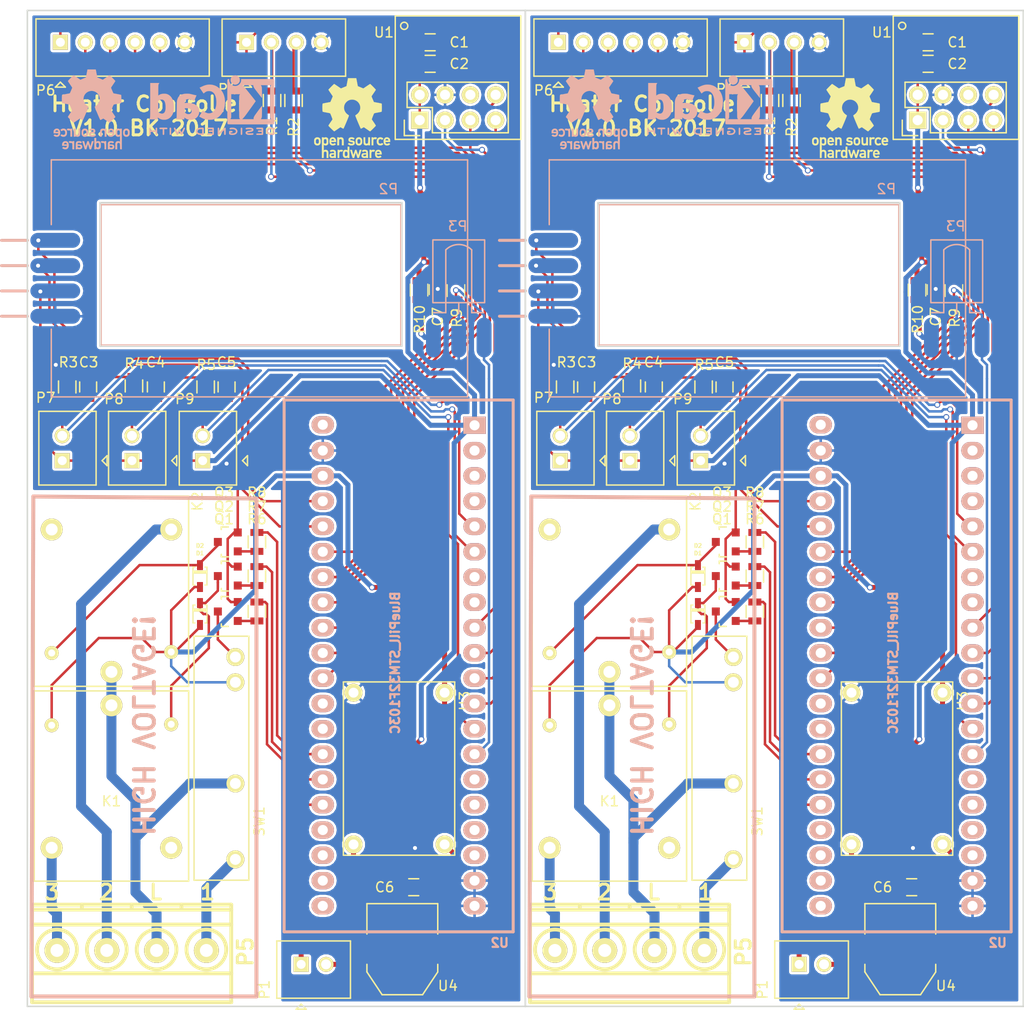
<source format=kicad_pcb>
(kicad_pcb (version 4) (host pcbnew 4.0.2-stable)
  (layers (0 F.Cu signal) (31 B.Cu signal) (34 B.Paste user) (35 F.Paste user) (36 B.SilkS user) (37 F.SilkS user) (38 B.Mask user) (39 F.Mask user) (44 Edge.Cuts user))
  (net 0 "")
  (net 1 +3V3)
  (net 2 GND)
  (net 3 /TH1)
  (net 4 /TH2)
  (net 5 /TH3)
  (net 6 "Net-(D1-Pad2)")
  (net 7 +5V)
  (net 8 "Net-(D2-Pad2)")
  (net 9 /M_Out_2)
  (net 10 "Net-(K1-Pad4)")
  (net 11 /Mains_L)
  (net 12 /M_Out_3)
  (net 13 "Net-(K2-Pad4)")
  (net 14 "Net-(P1-Pad1)")
  (net 15 "Net-(P1-Pad2)")
  (net 16 /D_CLK)
  (net 17 /D_DIO)
  (net 18 /IR_IN)
  (net 19 /SDA)
  (net 20 /SCL)
  (net 21 /M_Out_1)
  (net 22 /T_1)
  (net 23 /T_2)
  (net 24 /T_3)
  (net 25 /T_4)
  (net 26 "Net-(Q1-Pad1)")
  (net 27 "Net-(Q1-Pad3)")
  (net 28 "Net-(Q2-Pad1)")
  (net 29 "Net-(Q3-Pad1)")
  (net 30 /SSR1)
  (net 31 /Relay1)
  (net 32 /Relay2)
  (net 33 /SCK)
  (net 34 /SS)
  (net 35 /PKT)
  (net 36 /MOSI)
  (net 37 /MISO)
  (net 38 "Net-(U2-Pad2)")
  (net 39 "Net-(U2-Pad3)")
  (net 40 "Net-(U2-Pad4)")
  (net 41 /485_TX)
  (net 42 /485_RX)
  (net 43 "Net-(U2-Pad15)")
  (net 44 "Net-(U2-Pad16)")
  (net 45 "Net-(U2-Pad17)")
  (net 46 /485_DE)
  (net 47 "Net-(U2-Pad22)")
  (net 48 "Net-(U2-Pad23)")
  (net 49 "Net-(U2-Pad24)")
  (net 50 "Net-(U2-Pad28)")
  (net 51 "Net-(U2-Pad29)")
  (net 52 "Net-(U2-Pad18)")
  (net 53 "Net-(U2-Pad40)")
  (net 54 "Net-(C7-Pad1)")
  (module Heater_Ctrl:BluePill_STM32F103C (layer B.Cu) (at 169.9 82.7 180)
    (fp_text reference U2 (at -2.528 -51.92 360) (layer B.SilkS) (effects (font (size 0.889 0.889) (thickness 0.3048)) (justify mirror)))
    (fp_text value BluePill_STM32F103C (at 7.9756 -23.7998 450) (layer B.SilkS) (effects (font (size 0.889 0.889) (thickness 0.22225)) (justify mirror)))
    (pad 1 thru_hole rect (at 0 0.0508 270) (size 1.7272 2.25) (drill 1.016) (layers *.Cu *.Mask B.SilkS) (net 1 +3V3))
    (pad 2 thru_hole oval (at 0 -2.4892 270) (size 1.7272 2.25) (drill 1.016) (layers *.Cu *.Mask B.SilkS) (net 38 "Net-(U2-Pad2)"))
    (pad 3 thru_hole oval (at 0 -5.0292 270) (size 1.7272 2.25) (drill 1.016) (layers *.Cu *.Mask B.SilkS) (net 39 "Net-(U2-Pad3)"))
    (pad 4 thru_hole oval (at 0 -7.5692 270) (size 1.7272 2.25) (drill 1.016) (layers *.Cu *.Mask B.SilkS) (net 40 "Net-(U2-Pad4)"))
    (pad 5 thru_hole oval (at 0 -10.1092 270) (size 1.7272 2.25) (drill 1.016) (layers *.Cu *.Mask B.SilkS) (net 3 /TH1))
    (pad 6 thru_hole oval (at 0 -12.6492 270) (size 1.7272 2.25) (drill 1.016) (layers *.Cu *.Mask B.SilkS) (net 4 /TH2))
    (pad 7 thru_hole oval (at 0 -15.1892 270) (size 1.7272 2.25) (drill 1.016) (layers *.Cu *.Mask B.SilkS) (net 41 /485_TX))
    (pad 8 thru_hole oval (at 0 -17.7292 270) (size 1.7272 2.25) (drill 1.016) (layers *.Cu *.Mask B.SilkS) (net 42 /485_RX))
    (pad 9 thru_hole oval (at 0 -20.2692 270) (size 1.7272 2.25) (drill 1.016) (layers *.Cu *.Mask B.SilkS) (net 34 /SS))
    (pad 10 thru_hole oval (at 0 -22.8092 270) (size 1.7272 2.25) (drill 1.016) (layers *.Cu *.Mask B.SilkS) (net 33 /SCK))
    (pad 11 thru_hole oval (at 0 -25.3492 270) (size 1.7272 2.25) (drill 1.016) (layers *.Cu *.Mask B.SilkS) (net 37 /MISO))
    (pad 12 thru_hole oval (at 0 -27.8892 270) (size 1.7272 2.25) (drill 1.016) (layers *.Cu *.Mask B.SilkS) (net 36 /MOSI))
    (pad 13 thru_hole oval (at 0 -30.4292 270) (size 1.7272 2.25) (drill 1.016) (layers *.Cu *.Mask B.SilkS) (net 5 /TH3))
    (pad 14 thru_hole oval (at 0 -32.9692 270) (size 1.7272 2.25) (drill 1.016) (layers *.Cu *.Mask B.SilkS) (net 18 /IR_IN))
    (pad 15 thru_hole oval (at 0 -35.5092 270) (size 1.7272 2.25) (drill 1.016) (layers *.Cu *.Mask B.SilkS) (net 43 "Net-(U2-Pad15)"))
    (pad 16 thru_hole oval (at 0 -38.0492 270) (size 1.7272 2.25) (drill 1.016) (layers *.Cu *.Mask B.SilkS) (net 44 "Net-(U2-Pad16)"))
    (pad 17 thru_hole oval (at 0 -40.5892 270) (size 1.7272 2.25) (drill 1.016) (layers *.Cu *.Mask B.SilkS) (net 45 "Net-(U2-Pad17)"))
    (pad 18 thru_hole oval (at 0 -43.1292 270) (size 1.7272 2.25) (drill 1.016) (layers *.Cu *.Mask B.SilkS) (net 52 "Net-(U2-Pad18)"))
    (pad 19 thru_hole oval (at 0 -45.6692 270) (size 1.7272 2.25) (drill 1.016) (layers *.Cu *.Mask B.SilkS) (net 2 GND))
    (pad 20 thru_hole oval (at 0 -48.2092 270) (size 1.7272 2.25) (drill 1.016) (layers *.Cu *.Mask B.SilkS) (net 2 GND))
    (pad 21 thru_hole oval (at 15.24 -48.2092 90) (size 1.7272 2.25) (drill 1.016) (layers *.Cu *.Mask B.SilkS) (net 46 /485_DE))
    (pad 22 thru_hole oval (at 15.24 -45.6692 90) (size 1.7272 2.25) (drill 1.016) (layers *.Cu *.Mask B.SilkS) (net 47 "Net-(U2-Pad22)"))
    (pad 23 thru_hole oval (at 15.24 -43.1292 90) (size 1.7272 2.25) (drill 1.016) (layers *.Cu *.Mask B.SilkS) (net 48 "Net-(U2-Pad23)"))
    (pad 24 thru_hole oval (at 15.24 -40.5892 90) (size 1.7272 2.25) (drill 1.016) (layers *.Cu *.Mask B.SilkS) (net 49 "Net-(U2-Pad24)"))
    (pad 25 thru_hole oval (at 15.24 -38.0492 90) (size 1.7272 2.25) (drill 1.016) (layers *.Cu *.Mask B.SilkS) (net 30 /SSR1))
    (pad 26 thru_hole oval (at 15.24 -35.5092 90) (size 1.7272 2.25) (drill 1.016) (layers *.Cu *.Mask B.SilkS) (net 31 /Relay1))
    (pad 27 thru_hole oval (at 15.24 -32.9692 90) (size 1.7272 2.25) (drill 1.016) (layers *.Cu *.Mask B.SilkS) (net 32 /Relay2))
    (pad 28 thru_hole oval (at 15.24 -30.4292 90) (size 1.7272 2.25) (drill 1.016) (layers *.Cu *.Mask B.SilkS) (net 50 "Net-(U2-Pad28)"))
    (pad 29 thru_hole oval (at 15.24 -27.8892 90) (size 1.7272 2.25) (drill 1.016) (layers *.Cu *.Mask B.SilkS) (net 51 "Net-(U2-Pad29)"))
    (pad 30 thru_hole oval (at 15.24 -25.3492 90) (size 1.7272 2.25) (drill 1.016) (layers *.Cu *.Mask B.SilkS) (net 22 /T_1))
    (pad 31 thru_hole oval (at 15.24 -22.8092 90) (size 1.7272 2.25) (drill 1.016) (layers *.Cu *.Mask B.SilkS) (net 23 /T_2))
    (pad 32 thru_hole oval (at 15.24 -20.2692 90) (size 1.7272 2.25) (drill 1.016) (layers *.Cu *.Mask B.SilkS) (net 24 /T_3))
    (pad 33 thru_hole oval (at 15.24 -17.7292 90) (size 1.7272 2.25) (drill 1.016) (layers *.Cu *.Mask B.SilkS) (net 25 /T_4))
    (pad 34 thru_hole oval (at 15.24 -15.1892 90) (size 1.7272 2.25) (drill 1.016) (layers *.Cu *.Mask B.SilkS) (net 20 /SCL))
    (pad 35 thru_hole oval (at 15.24 -12.6492 90) (size 1.7272 2.25) (drill 1.016) (layers *.Cu *.Mask B.SilkS) (net 19 /SDA))
    (pad 36 thru_hole oval (at 15.24 -10.1092 90) (size 1.7272 2.25) (drill 1.016) (layers *.Cu *.Mask B.SilkS) (net 17 /D_DIO))
    (pad 37 thru_hole oval (at 15.24 -7.5692 90) (size 1.7272 2.25) (drill 1.016) (layers *.Cu *.Mask B.SilkS) (net 16 /D_CLK))
    (pad 38 thru_hole oval (at 15.24 -5.0292 90) (size 1.7272 2.25) (drill 1.016) (layers *.Cu *.Mask B.SilkS) (net 7 +5V))
    (pad 39 thru_hole oval (at 15.24 -2.4892 90) (size 1.7272 2.25) (drill 1.016) (layers *.Cu *.Mask B.SilkS) (net 2 GND))
    (pad 40 thru_hole oval (at 15.24 0.1016 90) (size 1.7272 2.25) (drill 1.016) (layers *.Cu *.Mask B.SilkS) (net 53 "Net-(U2-Pad40)"))
  )
  (module Symbols:OSHW-Logo_7.5x8mm_SilkScreen (layer B.Cu) (at 131.4578 50.927 180)
    (fp_text reference REF*** hide)
    (fp_text value OSHW-Logo_7.5x8mm_SilkScreen hide)
  )
  (module Heater_Ctrl:TM1637_Catalex (layer B.Cu) (at 148.3 67.9)
    (fp_text reference P2 (at 12.952 -8.972) (layer B.SilkS) (effects (justify mirror)))
    (fp_text value DISPLAY)
    (pad 4 smd oval (at -20.5 3.8) (size 5 1.5) (layers B.Cu B.Paste B.Mask) (net 2 GND))
    (pad 3 smd oval (at -20.5 1.26) (size 5 1.5) (layers B.Cu B.Paste B.Mask) (net 1 +3V3))
    (pad 2 smd oval (at -20.5 -1.28) (size 5 1.5) (layers B.Cu B.Paste B.Mask) (net 17 /D_DIO))
    (pad 1 smd oval (at -20.5 -3.82) (size 5 1.5) (layers B.Cu B.Paste B.Mask) (net 16 /D_CLK))
  )
  (module Symbols:KiCad-Logo2_6mm_SilkScreen (layer B.Cu) (at 143.5228 50.4952 180)
    (fp_text reference REF*** hide)
    (fp_text value KiCad-Logo2_6mm_SilkScreen hide)
  )
  (module Heater_Ctrl:0038_IR_Receiver_SM_Mount (layer B.Cu) (at 168.3132 73.8378 180)
    (fp_text reference P3 (at 0.106 11.162 180) (layer B.SilkS) (effects (justify mirror)))
    (fp_text value IR_REC)
    (pad 2 smd oval (at 0 0 180) (size 1.5 4) (layers B.Cu B.Paste B.Mask) (net 2 GND))
    (pad 3 smd oval (at 2.54 0 180) (size 1.5 4) (layers B.Cu B.Paste B.Mask) (net 54 "Net-(C7-Pad1)"))
    (pad 1 smd oval (at -2.54 0 180) (size 1.5 4) (layers B.Cu B.Paste B.Mask) (net 18 /IR_IN))
  )
  (module Capacitors_SMD:C_0805 (layer F.Cu) (at 163.792 129.032)
    (fp_text reference C6 (at -2.921 0) (layer F.SilkS))
    (fp_text value 10u)
    (pad 1 smd rect (at -1 0) (size 1 1.25) (layers F.Cu F.Paste F.Mask) (net 1 +3V3))
    (pad 2 smd rect (at 1 0) (size 1 1.25) (layers F.Cu F.Paste F.Mask) (net 2 GND))
  )
  (module Heater_Ctrl:JST_B2B-XH-A (layer F.Cu) (at 152.489 136.779)
    (fp_text reference P1 (at -3.683 2.54 90) (layer F.SilkS))
    (fp_text value PWR)
    (pad 1 thru_hole rect (at 0 0) (size 1.5 1.5) (drill 0.9) (layers *.Cu *.Mask F.SilkS) (net 14 "Net-(P1-Pad1)"))
    (pad 2 thru_hole circle (at 2.5 0) (size 1.5 1.5) (drill 1) (layers *.Cu *.Mask F.SilkS) (net 15 "Net-(P1-Pad2)"))
  )
  (module TO_SOT_Packages_SMD:SOT-223 (layer F.Cu) (at 162.649 135.255 180)
    (fp_text reference U4 (at -4.572 -3.683 180) (layer F.SilkS))
    (fp_text value AP1117D33)
    (pad 4 smd rect (at 0 -3.302 180) (size 3.6576 2.032) (layers F.Cu F.Paste F.Mask))
    (pad 2 smd rect (at 0 3.302 180) (size 1.016 2.032) (layers F.Cu F.Paste F.Mask) (net 1 +3V3))
    (pad 3 smd rect (at 2.286 3.302 180) (size 1.016 2.032) (layers F.Cu F.Paste F.Mask) (net 7 +5V))
    (pad 1 smd rect (at -2.286 3.302 180) (size 1.016 2.032) (layers F.Cu F.Paste F.Mask) (net 2 GND))
  )
  (module Heater_Ctrl:Mini360_DCDC (layer F.Cu) (at 162.3188 117.1194 90)
    (fp_text reference U3 (at 6.8 6.6 90) (layer F.SilkS))
    (fp_text value Mini360_DCDC)
    (pad 1 thru_hole circle (at -7.62 4.572 90) (size 1.8 1.8) (drill 1) (layers *.Cu *.Mask F.SilkS) (net 15 "Net-(P1-Pad2)"))
    (pad 2 thru_hole circle (at -7.62 -4.572 90) (size 1.8 1.8) (drill 1) (layers *.Cu *.Mask F.SilkS) (net 14 "Net-(P1-Pad1)"))
    (pad 4 thru_hole circle (at 7.62 -4.572 90) (size 1.8 1.8) (drill 1) (layers *.Cu *.Mask F.SilkS) (net 2 GND))
    (pad 3 thru_hole circle (at 7.62 4.572 90) (size 1.8 1.8) (drill 1) (layers *.Cu *.Mask F.SilkS) (net 7 +5V))
  )
  (module Heater_Ctrl:G3MB-202P (layer F.Cu) (at 145.885 116.078 270)
    (fp_text reference SW1 (at 6.35 -2.413 450) (layer F.SilkS))
    (fp_text value G3MB-202P)
    (pad 4 thru_hole circle (at -10.16 0 270) (size 1.8 1.8) (drill 1.1) (layers *.Cu *.Mask F.SilkS) (net 27 "Net-(Q1-Pad3)"))
    (pad 3 thru_hole circle (at -7.62 0 270) (size 1.8 1.8) (drill 1.1) (layers *.Cu *.Mask F.SilkS) (net 7 +5V))
    (pad 1 thru_hole circle (at 10.16 0 270) (size 1.8 1.8) (drill 1.1) (layers *.Cu *.Mask F.SilkS) (net 21 /M_Out_1))
    (pad 2 thru_hole circle (at 2.54 0 270) (size 1.8 1.8) (drill 1.1) (layers *.Cu *.Mask F.SilkS) (net 11 /Mains_L))
  )
  (module Heater_Ctrl:mkds_1,5-4 (layer F.Cu) (at 135.471 135.382 180)
    (fp_text reference P5 (at -11.43 -0.127 270) (layer F.SilkS) (effects (font (size 1.5 1.5) (thickness 0.3))))
    (fp_text value Mains hide)
    (pad 4 thru_hole circle (at 7.5 0 180) (size 2.5 2.5) (drill 1.3) (layers *.Cu *.Mask F.SilkS) (net 12 /M_Out_3))
    (pad 3 thru_hole circle (at 2.5 0 180) (size 2.5 2.5) (drill 1.3) (layers *.Cu *.Mask F.SilkS) (net 9 /M_Out_2))
    (pad 1 thru_hole circle (at -7.5 0 180) (size 2.5 2.5) (drill 1.3) (layers *.Cu *.Mask F.SilkS) (net 21 /M_Out_1))
    (pad 2 thru_hole circle (at -2.5 0 180) (size 2.5 2.5) (drill 1.3) (layers *.Cu *.Mask F.SilkS) (net 11 /Mains_L))
  )
  (module Resistors_SMD:R_0805 (layer F.Cu) (at 135.7 78.7 90)
    (fp_text reference R4 (at 2.246 0.025 180) (layer F.SilkS))
    (fp_text value 10K)
    (pad 1 smd rect (at -0.95 0 90) (size 0.7 1.3) (layers F.Cu F.Paste F.Mask) (net 4 /TH2))
    (pad 2 smd rect (at 0.95 0 90) (size 0.7 1.3) (layers F.Cu F.Paste F.Mask) (net 2 GND))
  )
  (module Heater_Ctrl:JST_B2B-XH-A (layer F.Cu) (at 128.5 86.2 90)
    (fp_text reference P7 (at 6.317 -1.665 180) (layer F.SilkS))
    (fp_text value TH1)
    (pad 1 thru_hole rect (at 0 0 90) (size 1.5 1.5) (drill 0.9) (layers *.Cu *.Mask F.SilkS) (net 1 +3V3))
    (pad 2 thru_hole circle (at 2.5 0 90) (size 1.5 1.5) (drill 1) (layers *.Cu *.Mask F.SilkS) (net 3 /TH1))
  )
  (module Resistors_SMD:R_0805 (layer F.Cu) (at 129 78.8 90)
    (fp_text reference R3 (at 2.473 0.121 180) (layer F.SilkS))
    (fp_text value 10K)
    (pad 1 smd rect (at -0.95 0 90) (size 0.7 1.3) (layers F.Cu F.Paste F.Mask) (net 3 /TH1))
    (pad 2 smd rect (at 0.95 0 90) (size 0.7 1.3) (layers F.Cu F.Paste F.Mask) (net 2 GND))
  )
  (module Capacitors_SMD:C_0805 (layer F.Cu) (at 131.1 78.8 90)
    (fp_text reference C3 (at 2.473 0.053 180) (layer F.SilkS))
    (fp_text value 100n)
    (pad 1 smd rect (at -1 0 90) (size 1 1.25) (layers F.Cu F.Paste F.Mask) (net 3 /TH1))
    (pad 2 smd rect (at 1 0 90) (size 1 1.25) (layers F.Cu F.Paste F.Mask) (net 2 GND))
  )
  (module Resistors_SMD:R_0805 (layer F.Cu) (at 148.044 94.361 90)
    (fp_text reference R8 (at 4.953 0 180) (layer F.SilkS))
    (fp_text value 180)
    (pad 1 smd rect (at -0.95 0 90) (size 0.7 1.3) (layers F.Cu F.Paste F.Mask) (net 29 "Net-(Q3-Pad1)"))
    (pad 2 smd rect (at 0.95 0 90) (size 0.7 1.3) (layers F.Cu F.Paste F.Mask) (net 32 /Relay2))
  )
  (module Resistors_SMD:R_0805 (layer F.Cu) (at 148.044 97.79 90)
    (fp_text reference R7 (at 6.985 0 180) (layer F.SilkS))
    (fp_text value 180)
    (pad 1 smd rect (at -0.95 0 90) (size 0.7 1.3) (layers F.Cu F.Paste F.Mask) (net 28 "Net-(Q2-Pad1)"))
    (pad 2 smd rect (at 0.95 0 90) (size 0.7 1.3) (layers F.Cu F.Paste F.Mask) (net 31 /Relay1))
  )
  (module Resistors_SMD:R_0805 (layer F.Cu) (at 148.044 101.346 90)
    (fp_text reference R6 (at 9.271 0 180) (layer F.SilkS))
    (fp_text value 180)
    (pad 1 smd rect (at -0.95 0 90) (size 0.7 1.3) (layers F.Cu F.Paste F.Mask) (net 26 "Net-(Q1-Pad1)"))
    (pad 2 smd rect (at 0.95 0 90) (size 0.7 1.3) (layers F.Cu F.Paste F.Mask) (net 30 /SSR1))
  )
  (module TO_SOT_Packages_SMD:SOT-23 (layer F.Cu) (at 145.123 97.79 90)
    (fp_text reference Q2 (at 6.985 -0.381 180) (layer F.SilkS))
    (fp_text value Q_NPN_BEC)
    (pad 1 smd rect (at -0.95 1.00076 90) (size 0.8001 0.8001) (layers F.Cu F.Paste F.Mask) (net 28 "Net-(Q2-Pad1)"))
    (pad 2 smd rect (at 0.95 1.00076 90) (size 0.8001 0.8001) (layers F.Cu F.Paste F.Mask) (net 2 GND))
    (pad 3 smd rect (at 0 -0.99822 90) (size 0.8001 0.8001) (layers F.Cu F.Paste F.Mask) (net 6 "Net-(D1-Pad2)"))
  )
  (module TO_SOT_Packages_SMD:SOT-23 (layer F.Cu) (at 145.123 101.346 90)
    (fp_text reference Q1 (at 9.271 -0.381 180) (layer F.SilkS))
    (fp_text value Q_NPN_BEC)
    (pad 1 smd rect (at -0.95 1.00076 90) (size 0.8001 0.8001) (layers F.Cu F.Paste F.Mask) (net 26 "Net-(Q1-Pad1)"))
    (pad 2 smd rect (at 0.95 1.00076 90) (size 0.8001 0.8001) (layers F.Cu F.Paste F.Mask) (net 2 GND))
    (pad 3 smd rect (at 0 -0.99822 90) (size 0.8001 0.8001) (layers F.Cu F.Paste F.Mask) (net 27 "Net-(Q1-Pad3)"))
  )
  (module Heater_Ctrl:SOD323 (layer F.Cu) (at 142.329 101.6 90)
    (fp_text reference D1 (at 6.096 0 180) (layer F.SilkS) (effects (font (size 0.39878 0.39878) (thickness 0.09906))))
    (fp_text value 1N4148 hide)
    (pad 2 smd rect (at 1.09982 0 90) (size 1.00076 0.59944) (layers F.Cu F.Paste F.Mask) (net 6 "Net-(D1-Pad2)"))
    (pad 1 smd rect (at -1.09982 0 90) (size 1.00076 0.59944) (layers F.Cu F.Paste F.Mask) (net 7 +5V))
  )
  (module TO_SOT_Packages_SMD:SOT-23 (layer F.Cu) (at 145.123 94.361 90)
    (fp_text reference Q3 (at 4.953 -0.381 180) (layer F.SilkS))
    (fp_text value Q_NPN_BEC)
    (pad 1 smd rect (at -0.95 1.00076 90) (size 0.8001 0.8001) (layers F.Cu F.Paste F.Mask) (net 29 "Net-(Q3-Pad1)"))
    (pad 2 smd rect (at 0.95 1.00076 90) (size 0.8001 0.8001) (layers F.Cu F.Paste F.Mask) (net 2 GND))
    (pad 3 smd rect (at 0 -0.99822 90) (size 0.8001 0.8001) (layers F.Cu F.Paste F.Mask) (net 8 "Net-(D2-Pad2)"))
  )
  (module Heater_Ctrl:SRD-05VDC-SL-C (layer F.Cu) (at 133.439 118.872 270)
    (fp_text reference K1 (at 1.524 0 360) (layer F.SilkS))
    (fp_text value SRD-05VDC-SL-C)
    (pad 5 thru_hole circle (at 6.2 6 270) (size 2.2 2.2) (drill 1.2) (layers *.Cu *.Mask F.SilkS) (net 12 /M_Out_3))
    (pad 4 thru_hole circle (at 6.2 -6 270) (size 2.2 2.2) (drill 1.2) (layers *.Cu *.Mask F.SilkS) (net 10 "Net-(K1-Pad4)"))
    (pad 1 thru_hole circle (at -6.2 -6 270) (size 1.4 1.4) (drill 0.7) (layers *.Cu *.Mask F.SilkS) (net 6 "Net-(D1-Pad2)"))
    (pad 2 thru_hole circle (at -6.1 6 270) (size 1.4 1.4) (drill 0.7) (layers *.Cu *.Mask F.SilkS) (net 7 +5V))
    (pad 3 thru_hole circle (at -8.1 0 270) (size 2.2 2.2) (drill 1.2) (layers *.Cu *.Mask F.SilkS) (net 11 /Mains_L))
  )
  (module Heater_Ctrl:SRD-05VDC-SL-C (layer F.Cu) (at 133.439 99.314 90)
    (fp_text reference K2 (at 9.017 8.636 90) (layer F.SilkS))
    (fp_text value SRD-05VDC-SL-C)
    (pad 5 thru_hole circle (at 6.2 6 90) (size 2.2 2.2) (drill 1.2) (layers *.Cu *.Mask F.SilkS) (net 9 /M_Out_2))
    (pad 4 thru_hole circle (at 6.2 -6 90) (size 2.2 2.2) (drill 1.2) (layers *.Cu *.Mask F.SilkS) (net 13 "Net-(K2-Pad4)"))
    (pad 1 thru_hole circle (at -6.2 -6 90) (size 1.4 1.4) (drill 0.7) (layers *.Cu *.Mask F.SilkS) (net 8 "Net-(D2-Pad2)"))
    (pad 2 thru_hole circle (at -6.1 6 90) (size 1.4 1.4) (drill 0.7) (layers *.Cu *.Mask F.SilkS) (net 7 +5V))
    (pad 3 thru_hole circle (at -8.1 0 90) (size 2.2 2.2) (drill 1.2) (layers *.Cu *.Mask F.SilkS) (net 11 /Mains_L))
  )
  (module Heater_Ctrl:SOD323 (layer F.Cu) (at 142.329 97.79 90)
    (fp_text reference D2 (at 3.048 0 180) (layer F.SilkS) (effects (font (size 0.39878 0.39878) (thickness 0.09906))))
    (fp_text value 1N4148 hide)
    (pad 2 smd rect (at 1.09982 0 90) (size 1.00076 0.59944) (layers F.Cu F.Paste F.Mask) (net 8 "Net-(D2-Pad2)"))
    (pad 1 smd rect (at -1.09982 0 90) (size 1.00076 0.59944) (layers F.Cu F.Paste F.Mask) (net 7 +5V))
  )
  (module Resistors_SMD:R_0805 (layer F.Cu) (at 168.0338 69.1286 270)
    (fp_text reference R9 (at 2.728 -0.0762 450) (layer F.SilkS))
    (fp_text value 10K)
    (pad 1 smd rect (at -0.95 0 270) (size 0.7 1.3) (layers F.Cu F.Paste F.Mask) (net 1 +3V3))
    (pad 2 smd rect (at 0.95 0 270) (size 0.7 1.3) (layers F.Cu F.Paste F.Mask) (net 18 /IR_IN))
  )
  (module Capacitors_SMD:C_0805 (layer F.Cu) (at 166.205 69.0278 90)
    (fp_text reference C7 (at -2.7178 0 90) (layer F.SilkS))
    (fp_text value 1u)
    (pad 1 smd rect (at -1 0 90) (size 1 1.25) (layers F.Cu F.Paste F.Mask) (net 54 "Net-(C7-Pad1)"))
    (pad 2 smd rect (at 1 0 90) (size 1 1.25) (layers F.Cu F.Paste F.Mask) (net 2 GND))
  )
  (module Resistors_SMD:R_0805 (layer F.Cu) (at 164.3254 69.0728 270)
    (fp_text reference R10 (at 2.9362 -0.0762 270) (layer F.SilkS))
    (fp_text value 180)
    (pad 1 smd rect (at -0.95 0 270) (size 0.7 1.3) (layers F.Cu F.Paste F.Mask) (net 1 +3V3))
    (pad 2 smd rect (at 0.95 0 270) (size 0.7 1.3) (layers F.Cu F.Paste F.Mask) (net 54 "Net-(C7-Pad1)"))
  )
  (module Resistors_SMD:R_0805 (layer F.Cu) (at 142.9 78.8 90)
    (fp_text reference R5 (at 2.219 0.064 180) (layer F.SilkS))
    (fp_text value 10K)
    (pad 1 smd rect (at -0.95 0 90) (size 0.7 1.3) (layers F.Cu F.Paste F.Mask) (net 5 /TH3))
    (pad 2 smd rect (at 0.95 0 90) (size 0.7 1.3) (layers F.Cu F.Paste F.Mask) (net 2 GND))
  )
  (module Capacitors_SMD:C_0805 (layer F.Cu) (at 137.9 78.8 90)
    (fp_text reference C4 (at 2.473 -0.016 180) (layer F.SilkS))
    (fp_text value 100n)
    (pad 1 smd rect (at -1 0 90) (size 1 1.25) (layers F.Cu F.Paste F.Mask) (net 4 /TH2))
    (pad 2 smd rect (at 1 0 90) (size 1 1.25) (layers F.Cu F.Paste F.Mask) (net 2 GND))
  )
  (module Capacitors_SMD:C_0805 (layer F.Cu) (at 145 78.8 90)
    (fp_text reference C5 (at 2.473 -0.004 180) (layer F.SilkS))
    (fp_text value 100n)
    (pad 1 smd rect (at -1 0 90) (size 1 1.25) (layers F.Cu F.Paste F.Mask) (net 5 /TH3))
    (pad 2 smd rect (at 1 0 90) (size 1 1.25) (layers F.Cu F.Paste F.Mask) (net 2 GND))
  )
  (module Heater_Ctrl:JST_B2B-XH-A (layer F.Cu) (at 142.6 86.2 90)
    (fp_text reference P9 (at 6.19 -1.795 180) (layer F.SilkS))
    (fp_text value TH3)
    (pad 1 thru_hole rect (at 0 0 90) (size 1.5 1.5) (drill 0.9) (layers *.Cu *.Mask F.SilkS) (net 1 +3V3))
    (pad 2 thru_hole circle (at 2.5 0 90) (size 1.5 1.5) (drill 1) (layers *.Cu *.Mask F.SilkS) (net 5 /TH3))
  )
  (module Heater_Ctrl:JST_B2B-XH-A (layer F.Cu) (at 135.5 86.2 90)
    (fp_text reference P8 (at 6.19 -1.807 180) (layer F.SilkS))
    (fp_text value TH2)
    (pad 1 thru_hole rect (at 0 0 90) (size 1.5 1.5) (drill 0.9) (layers *.Cu *.Mask F.SilkS) (net 1 +3V3))
    (pad 2 thru_hole circle (at 2.5 0 90) (size 1.5 1.5) (drill 1) (layers *.Cu *.Mask F.SilkS) (net 4 /TH2))
  )
  (module Symbols:OSHW-Logo_7.5x8mm_SilkScreen (layer F.Cu) (at 157.6 51.8)
    (fp_text reference REF*** hide)
    (fp_text value OSHW-Logo_7.5x8mm_SilkScreen hide)
  )
  (module Heater_Ctrl:XY-WB_LT8920 (layer F.Cu) (at 168.237 51.943)
    (fp_text reference U1 (at -7.437 -8.743) (layer F.SilkS))
    (fp_text value LT8920_Mini)
    (pad 1 thru_hole rect (at -3.841 0.068 90) (size 1.7272 1.7272) (drill 1.016) (layers *.Cu *.Mask F.SilkS) (net 1 +3V3))
    (pad 8 thru_hole oval (at -3.841 -2.472 90) (size 1.7272 1.7272) (drill 1.016) (layers *.Cu *.Mask F.SilkS) (net 1 +3V3))
    (pad 2 thru_hole oval (at -1.301 0.068 90) (size 1.7272 1.7272) (drill 1.016) (layers *.Cu *.Mask F.SilkS) (net 33 /SCK))
    (pad 7 thru_hole oval (at -1.301 -2.472 90) (size 1.7272 1.7272) (drill 1.016) (layers *.Cu *.Mask F.SilkS) (net 2 GND))
    (pad 3 thru_hole oval (at 1.239 0.068 90) (size 1.7272 1.7272) (drill 1.016) (layers *.Cu *.Mask F.SilkS) (net 34 /SS))
    (pad 6 thru_hole oval (at 1.239 -2.472 90) (size 1.7272 1.7272) (drill 1.016) (layers *.Cu *.Mask F.SilkS) (net 35 /PKT))
    (pad 4 thru_hole oval (at 3.779 0.068 90) (size 1.7272 1.7272) (drill 1.016) (layers *.Cu *.Mask F.SilkS) (net 36 /MOSI))
    (pad 5 thru_hole oval (at 3.779 -2.472 90) (size 1.7272 1.7272) (drill 1.016) (layers *.Cu *.Mask F.SilkS) (net 37 /MISO))
  )
  (module Capacitors_SMD:C_0805 (layer F.Cu) (at 165.443 46.355)
    (fp_text reference C2 (at 2.921 0) (layer F.SilkS))
    (fp_text value 10u)
    (pad 1 smd rect (at -1 0) (size 1 1.25) (layers F.Cu F.Paste F.Mask) (net 1 +3V3))
    (pad 2 smd rect (at 1 0) (size 1 1.25) (layers F.Cu F.Paste F.Mask) (net 2 GND))
  )
  (module Resistors_SMD:R_0805 (layer F.Cu) (at 151.727 50.038 90)
    (fp_text reference R2 (at -2.667 0 90) (layer F.SilkS))
    (fp_text value 10K)
    (pad 1 smd rect (at -0.95 0 90) (size 0.7 1.3) (layers F.Cu F.Paste F.Mask) (net 1 +3V3))
    (pad 2 smd rect (at 0.95 0 90) (size 0.7 1.3) (layers F.Cu F.Paste F.Mask) (net 20 /SCL))
  )
  (module Heater_Ctrl:JST_B4B-XH-A (layer F.Cu) (at 147 44.2)
    (fp_text reference P4 (at -1.877 4.695) (layer F.SilkS))
    (fp_text value IIC_EXT)
    (pad 1 thru_hole rect (at 0 0) (size 1.5 1.5) (drill 0.9) (layers *.Cu *.Mask F.SilkS) (net 1 +3V3))
    (pad 2 thru_hole circle (at 2.5 0) (size 1.5 1.5) (drill 0.9) (layers *.Cu *.Mask F.SilkS) (net 19 /SDA))
    (pad 3 thru_hole circle (at 5 0) (size 1.5 1.5) (drill 0.9) (layers *.Cu *.Mask F.SilkS) (net 20 /SCL))
    (pad 4 thru_hole circle (at 7.5 0) (size 1.5 1.5) (drill 0.9) (layers *.Cu *.Mask F.SilkS) (net 2 GND))
  )
  (module Heater_Ctrl:JST_B6B-XH-A (layer F.Cu) (at 128.312 44.196)
    (fp_text reference P6 (at -1.477 4.826) (layer F.SilkS))
    (fp_text value Touch)
    (pad 1 thru_hole rect (at 0 0) (size 1.5 1.5) (drill 0.9) (layers *.Cu *.Mask F.SilkS) (net 1 +3V3))
    (pad 2 thru_hole circle (at 2.5 0) (size 1.5 1.5) (drill 0.9) (layers *.Cu *.Mask F.SilkS) (net 25 /T_4))
    (pad 3 thru_hole circle (at 5 0) (size 1.5 1.5) (drill 0.9) (layers *.Cu *.Mask F.SilkS) (net 24 /T_3))
    (pad 4 thru_hole circle (at 7.5 0) (size 1.5 1.5) (drill 0.9) (layers *.Cu *.Mask F.SilkS) (net 23 /T_2))
    (pad 5 thru_hole circle (at 10 0) (size 1.5 1.5) (drill 0.9) (layers *.Cu *.Mask F.SilkS) (net 22 /T_1))
    (pad 6 thru_hole circle (at 12.5 0) (size 1.5 1.5) (drill 0.9) (layers *.Cu *.Mask F.SilkS) (net 2 GND))
  )
  (module Resistors_SMD:R_0805 (layer F.Cu) (at 149.568 50.038 90)
    (fp_text reference R1 (at -2.54 0 90) (layer F.SilkS))
    (fp_text value 10K)
    (pad 1 smd rect (at -0.95 0 90) (size 0.7 1.3) (layers F.Cu F.Paste F.Mask) (net 1 +3V3))
    (pad 2 smd rect (at 0.95 0 90) (size 0.7 1.3) (layers F.Cu F.Paste F.Mask) (net 19 /SDA))
  )
  (module Capacitors_SMD:C_0805 (layer F.Cu) (at 165.443 44.196)
    (fp_text reference C1 (at 2.921 0) (layer F.SilkS))
    (fp_text value 100n)
    (pad 1 smd rect (at -1 0) (size 1 1.25) (layers F.Cu F.Paste F.Mask) (net 1 +3V3))
    (pad 2 smd rect (at 1 0) (size 1 1.25) (layers F.Cu F.Paste F.Mask) (net 2 GND))
  )
  (module Heater_Ctrl:TM1637_Catalex (layer B.Cu) (at 98.3 67.9)
    (fp_text reference P2 (at 12.952 -8.972) (layer B.SilkS) (effects (justify mirror)))
    (fp_text value DISPLAY)
    (pad 4 smd oval (at -20.5 3.8) (size 5 1.5) (layers B.Cu B.Paste B.Mask) (net 2 GND))
    (pad 3 smd oval (at -20.5 1.26) (size 5 1.5) (layers B.Cu B.Paste B.Mask) (net 1 +3V3))
    (pad 2 smd oval (at -20.5 -1.28) (size 5 1.5) (layers B.Cu B.Paste B.Mask) (net 17 /D_DIO))
    (pad 1 smd oval (at -20.5 -3.82) (size 5 1.5) (layers B.Cu B.Paste B.Mask) (net 16 /D_CLK))
  )
  (module Heater_Ctrl:0038_IR_Receiver_SM_Mount (layer B.Cu) (at 118.3132 73.8378 180)
    (fp_text reference P3 (at 0.106 11.162 180) (layer B.SilkS) (effects (justify mirror)))
    (fp_text value IR_REC)
    (pad 2 smd oval (at 0 0 180) (size 1.5 4) (layers B.Cu B.Paste B.Mask) (net 2 GND))
    (pad 3 smd oval (at 2.54 0 180) (size 1.5 4) (layers B.Cu B.Paste B.Mask) (net 54 "Net-(C7-Pad1)"))
    (pad 1 smd oval (at -2.54 0 180) (size 1.5 4) (layers B.Cu B.Paste B.Mask) (net 18 /IR_IN))
  )
  (module Capacitors_SMD:C_0805 (layer F.Cu) (at 115.443 44.196)
    (fp_text reference C1 (at 2.921 0) (layer F.SilkS))
    (fp_text value 100n)
    (pad 1 smd rect (at -1 0) (size 1 1.25) (layers F.Cu F.Paste F.Mask) (net 1 +3V3))
    (pad 2 smd rect (at 1 0) (size 1 1.25) (layers F.Cu F.Paste F.Mask) (net 2 GND))
  )
  (module Capacitors_SMD:C_0805 (layer F.Cu) (at 115.443 46.355)
    (fp_text reference C2 (at 2.921 0) (layer F.SilkS))
    (fp_text value 10u)
    (pad 1 smd rect (at -1 0) (size 1 1.25) (layers F.Cu F.Paste F.Mask) (net 1 +3V3))
    (pad 2 smd rect (at 1 0) (size 1 1.25) (layers F.Cu F.Paste F.Mask) (net 2 GND))
  )
  (module Capacitors_SMD:C_0805 (layer F.Cu) (at 81.1 78.8 90)
    (fp_text reference C3 (at 2.473 0.053 180) (layer F.SilkS))
    (fp_text value 100n)
    (pad 1 smd rect (at -1 0 90) (size 1 1.25) (layers F.Cu F.Paste F.Mask) (net 3 /TH1))
    (pad 2 smd rect (at 1 0 90) (size 1 1.25) (layers F.Cu F.Paste F.Mask) (net 2 GND))
  )
  (module Capacitors_SMD:C_0805 (layer F.Cu) (at 87.9 78.8 90)
    (fp_text reference C4 (at 2.473 -0.016 180) (layer F.SilkS))
    (fp_text value 100n)
    (pad 1 smd rect (at -1 0 90) (size 1 1.25) (layers F.Cu F.Paste F.Mask) (net 4 /TH2))
    (pad 2 smd rect (at 1 0 90) (size 1 1.25) (layers F.Cu F.Paste F.Mask) (net 2 GND))
  )
  (module Capacitors_SMD:C_0805 (layer F.Cu) (at 95 78.8 90)
    (fp_text reference C5 (at 2.473 -0.004 180) (layer F.SilkS))
    (fp_text value 100n)
    (pad 1 smd rect (at -1 0 90) (size 1 1.25) (layers F.Cu F.Paste F.Mask) (net 5 /TH3))
    (pad 2 smd rect (at 1 0 90) (size 1 1.25) (layers F.Cu F.Paste F.Mask) (net 2 GND))
  )
  (module Heater_Ctrl:SRD-05VDC-SL-C (layer F.Cu) (at 83.439 118.872 270)
    (fp_text reference K1 (at 1.524 0 360) (layer F.SilkS))
    (fp_text value SRD-05VDC-SL-C)
    (pad 5 thru_hole circle (at 6.2 6 270) (size 2.2 2.2) (drill 1.2) (layers *.Cu *.Mask F.SilkS) (net 12 /M_Out_3))
    (pad 4 thru_hole circle (at 6.2 -6 270) (size 2.2 2.2) (drill 1.2) (layers *.Cu *.Mask F.SilkS) (net 10 "Net-(K1-Pad4)"))
    (pad 1 thru_hole circle (at -6.2 -6 270) (size 1.4 1.4) (drill 0.7) (layers *.Cu *.Mask F.SilkS) (net 6 "Net-(D1-Pad2)"))
    (pad 2 thru_hole circle (at -6.1 6 270) (size 1.4 1.4) (drill 0.7) (layers *.Cu *.Mask F.SilkS) (net 7 +5V))
    (pad 3 thru_hole circle (at -8.1 0 270) (size 2.2 2.2) (drill 1.2) (layers *.Cu *.Mask F.SilkS) (net 11 /Mains_L))
  )
  (module Heater_Ctrl:SRD-05VDC-SL-C (layer F.Cu) (at 83.439 99.314 90)
    (fp_text reference K2 (at 9.017 8.636 90) (layer F.SilkS))
    (fp_text value SRD-05VDC-SL-C)
    (pad 5 thru_hole circle (at 6.2 6 90) (size 2.2 2.2) (drill 1.2) (layers *.Cu *.Mask F.SilkS) (net 9 /M_Out_2))
    (pad 4 thru_hole circle (at 6.2 -6 90) (size 2.2 2.2) (drill 1.2) (layers *.Cu *.Mask F.SilkS) (net 13 "Net-(K2-Pad4)"))
    (pad 1 thru_hole circle (at -6.2 -6 90) (size 1.4 1.4) (drill 0.7) (layers *.Cu *.Mask F.SilkS) (net 8 "Net-(D2-Pad2)"))
    (pad 2 thru_hole circle (at -6.1 6 90) (size 1.4 1.4) (drill 0.7) (layers *.Cu *.Mask F.SilkS) (net 7 +5V))
    (pad 3 thru_hole circle (at -8.1 0 90) (size 2.2 2.2) (drill 1.2) (layers *.Cu *.Mask F.SilkS) (net 11 /Mains_L))
  )
  (module Heater_Ctrl:JST_B2B-XH-A (layer F.Cu) (at 102.489 136.779)
    (fp_text reference P1 (at -3.683 2.54 90) (layer F.SilkS))
    (fp_text value PWR)
    (pad 1 thru_hole rect (at 0 0) (size 1.5 1.5) (drill 0.9) (layers *.Cu *.Mask F.SilkS) (net 14 "Net-(P1-Pad1)"))
    (pad 2 thru_hole circle (at 2.5 0) (size 1.5 1.5) (drill 1) (layers *.Cu *.Mask F.SilkS) (net 15 "Net-(P1-Pad2)"))
  )
  (module Heater_Ctrl:JST_B4B-XH-A (layer F.Cu) (at 97 44.2)
    (fp_text reference P4 (at -1.877 4.695) (layer F.SilkS))
    (fp_text value IIC_EXT)
    (pad 1 thru_hole rect (at 0 0) (size 1.5 1.5) (drill 0.9) (layers *.Cu *.Mask F.SilkS) (net 1 +3V3))
    (pad 2 thru_hole circle (at 2.5 0) (size 1.5 1.5) (drill 0.9) (layers *.Cu *.Mask F.SilkS) (net 19 /SDA))
    (pad 3 thru_hole circle (at 5 0) (size 1.5 1.5) (drill 0.9) (layers *.Cu *.Mask F.SilkS) (net 20 /SCL))
    (pad 4 thru_hole circle (at 7.5 0) (size 1.5 1.5) (drill 0.9) (layers *.Cu *.Mask F.SilkS) (net 2 GND))
  )
  (module Heater_Ctrl:mkds_1,5-4 (layer F.Cu) (at 85.471 135.382 180)
    (fp_text reference P5 (at -11.43 -0.127 270) (layer F.SilkS) (effects (font (size 1.5 1.5) (thickness 0.3))))
    (fp_text value Mains hide)
    (pad 4 thru_hole circle (at 7.5 0 180) (size 2.5 2.5) (drill 1.3) (layers *.Cu *.Mask F.SilkS) (net 12 /M_Out_3))
    (pad 3 thru_hole circle (at 2.5 0 180) (size 2.5 2.5) (drill 1.3) (layers *.Cu *.Mask F.SilkS) (net 9 /M_Out_2))
    (pad 1 thru_hole circle (at -7.5 0 180) (size 2.5 2.5) (drill 1.3) (layers *.Cu *.Mask F.SilkS) (net 21 /M_Out_1))
    (pad 2 thru_hole circle (at -2.5 0 180) (size 2.5 2.5) (drill 1.3) (layers *.Cu *.Mask F.SilkS) (net 11 /Mains_L))
  )
  (module Heater_Ctrl:JST_B6B-XH-A (layer F.Cu) (at 78.312 44.196)
    (fp_text reference P6 (at -1.477 4.826) (layer F.SilkS))
    (fp_text value Touch)
    (pad 1 thru_hole rect (at 0 0) (size 1.5 1.5) (drill 0.9) (layers *.Cu *.Mask F.SilkS) (net 1 +3V3))
    (pad 2 thru_hole circle (at 2.5 0) (size 1.5 1.5) (drill 0.9) (layers *.Cu *.Mask F.SilkS) (net 25 /T_4))
    (pad 3 thru_hole circle (at 5 0) (size 1.5 1.5) (drill 0.9) (layers *.Cu *.Mask F.SilkS) (net 24 /T_3))
    (pad 4 thru_hole circle (at 7.5 0) (size 1.5 1.5) (drill 0.9) (layers *.Cu *.Mask F.SilkS) (net 23 /T_2))
    (pad 5 thru_hole circle (at 10 0) (size 1.5 1.5) (drill 0.9) (layers *.Cu *.Mask F.SilkS) (net 22 /T_1))
    (pad 6 thru_hole circle (at 12.5 0) (size 1.5 1.5) (drill 0.9) (layers *.Cu *.Mask F.SilkS) (net 2 GND))
  )
  (module Heater_Ctrl:JST_B2B-XH-A (layer F.Cu) (at 78.5 86.2 90)
    (fp_text reference P7 (at 6.317 -1.665 180) (layer F.SilkS))
    (fp_text value TH1)
    (pad 1 thru_hole rect (at 0 0 90) (size 1.5 1.5) (drill 0.9) (layers *.Cu *.Mask F.SilkS) (net 1 +3V3))
    (pad 2 thru_hole circle (at 2.5 0 90) (size 1.5 1.5) (drill 1) (layers *.Cu *.Mask F.SilkS) (net 3 /TH1))
  )
  (module Heater_Ctrl:JST_B2B-XH-A (layer F.Cu) (at 85.5 86.2 90)
    (fp_text reference P8 (at 6.19 -1.807 180) (layer F.SilkS))
    (fp_text value TH2)
    (pad 1 thru_hole rect (at 0 0 90) (size 1.5 1.5) (drill 0.9) (layers *.Cu *.Mask F.SilkS) (net 1 +3V3))
    (pad 2 thru_hole circle (at 2.5 0 90) (size 1.5 1.5) (drill 1) (layers *.Cu *.Mask F.SilkS) (net 4 /TH2))
  )
  (module Heater_Ctrl:JST_B2B-XH-A (layer F.Cu) (at 92.6 86.2 90)
    (fp_text reference P9 (at 6.19 -1.795 180) (layer F.SilkS))
    (fp_text value TH3)
    (pad 1 thru_hole rect (at 0 0 90) (size 1.5 1.5) (drill 0.9) (layers *.Cu *.Mask F.SilkS) (net 1 +3V3))
    (pad 2 thru_hole circle (at 2.5 0 90) (size 1.5 1.5) (drill 1) (layers *.Cu *.Mask F.SilkS) (net 5 /TH3))
  )
  (module TO_SOT_Packages_SMD:SOT-23 (layer F.Cu) (at 95.123 101.346 90)
    (fp_text reference Q1 (at 9.271 -0.381 180) (layer F.SilkS))
    (fp_text value Q_NPN_BEC)
    (pad 1 smd rect (at -0.95 1.00076 90) (size 0.8001 0.8001) (layers F.Cu F.Paste F.Mask) (net 26 "Net-(Q1-Pad1)"))
    (pad 2 smd rect (at 0.95 1.00076 90) (size 0.8001 0.8001) (layers F.Cu F.Paste F.Mask) (net 2 GND))
    (pad 3 smd rect (at 0 -0.99822 90) (size 0.8001 0.8001) (layers F.Cu F.Paste F.Mask) (net 27 "Net-(Q1-Pad3)"))
  )
  (module TO_SOT_Packages_SMD:SOT-23 (layer F.Cu) (at 95.123 97.79 90)
    (fp_text reference Q2 (at 6.985 -0.381 180) (layer F.SilkS))
    (fp_text value Q_NPN_BEC)
    (pad 1 smd rect (at -0.95 1.00076 90) (size 0.8001 0.8001) (layers F.Cu F.Paste F.Mask) (net 28 "Net-(Q2-Pad1)"))
    (pad 2 smd rect (at 0.95 1.00076 90) (size 0.8001 0.8001) (layers F.Cu F.Paste F.Mask) (net 2 GND))
    (pad 3 smd rect (at 0 -0.99822 90) (size 0.8001 0.8001) (layers F.Cu F.Paste F.Mask) (net 6 "Net-(D1-Pad2)"))
  )
  (module TO_SOT_Packages_SMD:SOT-23 (layer F.Cu) (at 95.123 94.361 90)
    (fp_text reference Q3 (at 4.953 -0.381 180) (layer F.SilkS))
    (fp_text value Q_NPN_BEC)
    (pad 1 smd rect (at -0.95 1.00076 90) (size 0.8001 0.8001) (layers F.Cu F.Paste F.Mask) (net 29 "Net-(Q3-Pad1)"))
    (pad 2 smd rect (at 0.95 1.00076 90) (size 0.8001 0.8001) (layers F.Cu F.Paste F.Mask) (net 2 GND))
    (pad 3 smd rect (at 0 -0.99822 90) (size 0.8001 0.8001) (layers F.Cu F.Paste F.Mask) (net 8 "Net-(D2-Pad2)"))
  )
  (module Resistors_SMD:R_0805 (layer F.Cu) (at 99.568 50.038 90)
    (fp_text reference R1 (at -2.54 0 90) (layer F.SilkS))
    (fp_text value 10K)
    (pad 1 smd rect (at -0.95 0 90) (size 0.7 1.3) (layers F.Cu F.Paste F.Mask) (net 1 +3V3))
    (pad 2 smd rect (at 0.95 0 90) (size 0.7 1.3) (layers F.Cu F.Paste F.Mask) (net 19 /SDA))
  )
  (module Resistors_SMD:R_0805 (layer F.Cu) (at 101.727 50.038 90)
    (fp_text reference R2 (at -2.667 0 90) (layer F.SilkS))
    (fp_text value 10K)
    (pad 1 smd rect (at -0.95 0 90) (size 0.7 1.3) (layers F.Cu F.Paste F.Mask) (net 1 +3V3))
    (pad 2 smd rect (at 0.95 0 90) (size 0.7 1.3) (layers F.Cu F.Paste F.Mask) (net 20 /SCL))
  )
  (module Resistors_SMD:R_0805 (layer F.Cu) (at 79 78.8 90)
    (fp_text reference R3 (at 2.473 0.121 180) (layer F.SilkS))
    (fp_text value 10K)
    (pad 1 smd rect (at -0.95 0 90) (size 0.7 1.3) (layers F.Cu F.Paste F.Mask) (net 3 /TH1))
    (pad 2 smd rect (at 0.95 0 90) (size 0.7 1.3) (layers F.Cu F.Paste F.Mask) (net 2 GND))
  )
  (module Resistors_SMD:R_0805 (layer F.Cu) (at 85.7 78.7 90)
    (fp_text reference R4 (at 2.246 0.025 180) (layer F.SilkS))
    (fp_text value 10K)
    (pad 1 smd rect (at -0.95 0 90) (size 0.7 1.3) (layers F.Cu F.Paste F.Mask) (net 4 /TH2))
    (pad 2 smd rect (at 0.95 0 90) (size 0.7 1.3) (layers F.Cu F.Paste F.Mask) (net 2 GND))
  )
  (module Resistors_SMD:R_0805 (layer F.Cu) (at 92.9 78.8 90)
    (fp_text reference R5 (at 2.219 0.064 180) (layer F.SilkS))
    (fp_text value 10K)
    (pad 1 smd rect (at -0.95 0 90) (size 0.7 1.3) (layers F.Cu F.Paste F.Mask) (net 5 /TH3))
    (pad 2 smd rect (at 0.95 0 90) (size 0.7 1.3) (layers F.Cu F.Paste F.Mask) (net 2 GND))
  )
  (module Resistors_SMD:R_0805 (layer F.Cu) (at 98.044 101.346 90)
    (fp_text reference R6 (at 9.271 0 180) (layer F.SilkS))
    (fp_text value 180)
    (pad 1 smd rect (at -0.95 0 90) (size 0.7 1.3) (layers F.Cu F.Paste F.Mask) (net 26 "Net-(Q1-Pad1)"))
    (pad 2 smd rect (at 0.95 0 90) (size 0.7 1.3) (layers F.Cu F.Paste F.Mask) (net 30 /SSR1))
  )
  (module Resistors_SMD:R_0805 (layer F.Cu) (at 98.044 97.79 90)
    (fp_text reference R7 (at 6.985 0 180) (layer F.SilkS))
    (fp_text value 180)
    (pad 1 smd rect (at -0.95 0 90) (size 0.7 1.3) (layers F.Cu F.Paste F.Mask) (net 28 "Net-(Q2-Pad1)"))
    (pad 2 smd rect (at 0.95 0 90) (size 0.7 1.3) (layers F.Cu F.Paste F.Mask) (net 31 /Relay1))
  )
  (module Resistors_SMD:R_0805 (layer F.Cu) (at 98.044 94.361 90)
    (fp_text reference R8 (at 4.953 0 180) (layer F.SilkS))
    (fp_text value 180)
    (pad 1 smd rect (at -0.95 0 90) (size 0.7 1.3) (layers F.Cu F.Paste F.Mask) (net 29 "Net-(Q3-Pad1)"))
    (pad 2 smd rect (at 0.95 0 90) (size 0.7 1.3) (layers F.Cu F.Paste F.Mask) (net 32 /Relay2))
  )
  (module Heater_Ctrl:G3MB-202P (layer F.Cu) (at 95.885 116.078 270)
    (fp_text reference SW1 (at 6.35 -2.413 450) (layer F.SilkS))
    (fp_text value G3MB-202P)
    (pad 4 thru_hole circle (at -10.16 0 270) (size 1.8 1.8) (drill 1.1) (layers *.Cu *.Mask F.SilkS) (net 27 "Net-(Q1-Pad3)"))
    (pad 3 thru_hole circle (at -7.62 0 270) (size 1.8 1.8) (drill 1.1) (layers *.Cu *.Mask F.SilkS) (net 7 +5V))
    (pad 1 thru_hole circle (at 10.16 0 270) (size 1.8 1.8) (drill 1.1) (layers *.Cu *.Mask F.SilkS) (net 21 /M_Out_1))
    (pad 2 thru_hole circle (at 2.54 0 270) (size 1.8 1.8) (drill 1.1) (layers *.Cu *.Mask F.SilkS) (net 11 /Mains_L))
  )
  (module Heater_Ctrl:BluePill_STM32F103C (layer B.Cu) (at 119.9 82.7 180)
    (fp_text reference U2 (at -2.528 -51.92 360) (layer B.SilkS) (effects (font (size 0.889 0.889) (thickness 0.3048)) (justify mirror)))
    (fp_text value BluePill_STM32F103C (at 7.9756 -23.7998 450) (layer B.SilkS) (effects (font (size 0.889 0.889) (thickness 0.22225)) (justify mirror)))
    (pad 1 thru_hole rect (at 0 0.0508 270) (size 1.7272 2.25) (drill 1.016) (layers *.Cu *.Mask B.SilkS) (net 1 +3V3))
    (pad 2 thru_hole oval (at 0 -2.4892 270) (size 1.7272 2.25) (drill 1.016) (layers *.Cu *.Mask B.SilkS) (net 38 "Net-(U2-Pad2)"))
    (pad 3 thru_hole oval (at 0 -5.0292 270) (size 1.7272 2.25) (drill 1.016) (layers *.Cu *.Mask B.SilkS) (net 39 "Net-(U2-Pad3)"))
    (pad 4 thru_hole oval (at 0 -7.5692 270) (size 1.7272 2.25) (drill 1.016) (layers *.Cu *.Mask B.SilkS) (net 40 "Net-(U2-Pad4)"))
    (pad 5 thru_hole oval (at 0 -10.1092 270) (size 1.7272 2.25) (drill 1.016) (layers *.Cu *.Mask B.SilkS) (net 3 /TH1))
    (pad 6 thru_hole oval (at 0 -12.6492 270) (size 1.7272 2.25) (drill 1.016) (layers *.Cu *.Mask B.SilkS) (net 4 /TH2))
    (pad 7 thru_hole oval (at 0 -15.1892 270) (size 1.7272 2.25) (drill 1.016) (layers *.Cu *.Mask B.SilkS) (net 41 /485_TX))
    (pad 8 thru_hole oval (at 0 -17.7292 270) (size 1.7272 2.25) (drill 1.016) (layers *.Cu *.Mask B.SilkS) (net 42 /485_RX))
    (pad 9 thru_hole oval (at 0 -20.2692 270) (size 1.7272 2.25) (drill 1.016) (layers *.Cu *.Mask B.SilkS) (net 34 /SS))
    (pad 10 thru_hole oval (at 0 -22.8092 270) (size 1.7272 2.25) (drill 1.016) (layers *.Cu *.Mask B.SilkS) (net 33 /SCK))
    (pad 11 thru_hole oval (at 0 -25.3492 270) (size 1.7272 2.25) (drill 1.016) (layers *.Cu *.Mask B.SilkS) (net 37 /MISO))
    (pad 12 thru_hole oval (at 0 -27.8892 270) (size 1.7272 2.25) (drill 1.016) (layers *.Cu *.Mask B.SilkS) (net 36 /MOSI))
    (pad 13 thru_hole oval (at 0 -30.4292 270) (size 1.7272 2.25) (drill 1.016) (layers *.Cu *.Mask B.SilkS) (net 5 /TH3))
    (pad 14 thru_hole oval (at 0 -32.9692 270) (size 1.7272 2.25) (drill 1.016) (layers *.Cu *.Mask B.SilkS) (net 18 /IR_IN))
    (pad 15 thru_hole oval (at 0 -35.5092 270) (size 1.7272 2.25) (drill 1.016) (layers *.Cu *.Mask B.SilkS) (net 43 "Net-(U2-Pad15)"))
    (pad 16 thru_hole oval (at 0 -38.0492 270) (size 1.7272 2.25) (drill 1.016) (layers *.Cu *.Mask B.SilkS) (net 44 "Net-(U2-Pad16)"))
    (pad 17 thru_hole oval (at 0 -40.5892 270) (size 1.7272 2.25) (drill 1.016) (layers *.Cu *.Mask B.SilkS) (net 45 "Net-(U2-Pad17)"))
    (pad 18 thru_hole oval (at 0 -43.1292 270) (size 1.7272 2.25) (drill 1.016) (layers *.Cu *.Mask B.SilkS) (net 52 "Net-(U2-Pad18)"))
    (pad 19 thru_hole oval (at 0 -45.6692 270) (size 1.7272 2.25) (drill 1.016) (layers *.Cu *.Mask B.SilkS) (net 2 GND))
    (pad 20 thru_hole oval (at 0 -48.2092 270) (size 1.7272 2.25) (drill 1.016) (layers *.Cu *.Mask B.SilkS) (net 2 GND))
    (pad 21 thru_hole oval (at 15.24 -48.2092 90) (size 1.7272 2.25) (drill 1.016) (layers *.Cu *.Mask B.SilkS) (net 46 /485_DE))
    (pad 22 thru_hole oval (at 15.24 -45.6692 90) (size 1.7272 2.25) (drill 1.016) (layers *.Cu *.Mask B.SilkS) (net 47 "Net-(U2-Pad22)"))
    (pad 23 thru_hole oval (at 15.24 -43.1292 90) (size 1.7272 2.25) (drill 1.016) (layers *.Cu *.Mask B.SilkS) (net 48 "Net-(U2-Pad23)"))
    (pad 24 thru_hole oval (at 15.24 -40.5892 90) (size 1.7272 2.25) (drill 1.016) (layers *.Cu *.Mask B.SilkS) (net 49 "Net-(U2-Pad24)"))
    (pad 25 thru_hole oval (at 15.24 -38.0492 90) (size 1.7272 2.25) (drill 1.016) (layers *.Cu *.Mask B.SilkS) (net 30 /SSR1))
    (pad 26 thru_hole oval (at 15.24 -35.5092 90) (size 1.7272 2.25) (drill 1.016) (layers *.Cu *.Mask B.SilkS) (net 31 /Relay1))
    (pad 27 thru_hole oval (at 15.24 -32.9692 90) (size 1.7272 2.25) (drill 1.016) (layers *.Cu *.Mask B.SilkS) (net 32 /Relay2))
    (pad 28 thru_hole oval (at 15.24 -30.4292 90) (size 1.7272 2.25) (drill 1.016) (layers *.Cu *.Mask B.SilkS) (net 50 "Net-(U2-Pad28)"))
    (pad 29 thru_hole oval (at 15.24 -27.8892 90) (size 1.7272 2.25) (drill 1.016) (layers *.Cu *.Mask B.SilkS) (net 51 "Net-(U2-Pad29)"))
    (pad 30 thru_hole oval (at 15.24 -25.3492 90) (size 1.7272 2.25) (drill 1.016) (layers *.Cu *.Mask B.SilkS) (net 22 /T_1))
    (pad 31 thru_hole oval (at 15.24 -22.8092 90) (size 1.7272 2.25) (drill 1.016) (layers *.Cu *.Mask B.SilkS) (net 23 /T_2))
    (pad 32 thru_hole oval (at 15.24 -20.2692 90) (size 1.7272 2.25) (drill 1.016) (layers *.Cu *.Mask B.SilkS) (net 24 /T_3))
    (pad 33 thru_hole oval (at 15.24 -17.7292 90) (size 1.7272 2.25) (drill 1.016) (layers *.Cu *.Mask B.SilkS) (net 25 /T_4))
    (pad 34 thru_hole oval (at 15.24 -15.1892 90) (size 1.7272 2.25) (drill 1.016) (layers *.Cu *.Mask B.SilkS) (net 20 /SCL))
    (pad 35 thru_hole oval (at 15.24 -12.6492 90) (size 1.7272 2.25) (drill 1.016) (layers *.Cu *.Mask B.SilkS) (net 19 /SDA))
    (pad 36 thru_hole oval (at 15.24 -10.1092 90) (size 1.7272 2.25) (drill 1.016) (layers *.Cu *.Mask B.SilkS) (net 17 /D_DIO))
    (pad 37 thru_hole oval (at 15.24 -7.5692 90) (size 1.7272 2.25) (drill 1.016) (layers *.Cu *.Mask B.SilkS) (net 16 /D_CLK))
    (pad 38 thru_hole oval (at 15.24 -5.0292 90) (size 1.7272 2.25) (drill 1.016) (layers *.Cu *.Mask B.SilkS) (net 7 +5V))
    (pad 39 thru_hole oval (at 15.24 -2.4892 90) (size 1.7272 2.25) (drill 1.016) (layers *.Cu *.Mask B.SilkS) (net 2 GND))
    (pad 40 thru_hole oval (at 15.24 0.1016 90) (size 1.7272 2.25) (drill 1.016) (layers *.Cu *.Mask B.SilkS) (net 53 "Net-(U2-Pad40)"))
  )
  (module Heater_Ctrl:Mini360_DCDC (layer F.Cu) (at 112.3188 117.1194 90)
    (fp_text reference U3 (at 6.8 6.6 90) (layer F.SilkS))
    (fp_text value Mini360_DCDC)
    (pad 1 thru_hole circle (at -7.62 4.572 90) (size 1.8 1.8) (drill 1) (layers *.Cu *.Mask F.SilkS) (net 15 "Net-(P1-Pad2)"))
    (pad 2 thru_hole circle (at -7.62 -4.572 90) (size 1.8 1.8) (drill 1) (layers *.Cu *.Mask F.SilkS) (net 14 "Net-(P1-Pad1)"))
    (pad 4 thru_hole circle (at 7.62 -4.572 90) (size 1.8 1.8) (drill 1) (layers *.Cu *.Mask F.SilkS) (net 2 GND))
    (pad 3 thru_hole circle (at 7.62 4.572 90) (size 1.8 1.8) (drill 1) (layers *.Cu *.Mask F.SilkS) (net 7 +5V))
  )
  (module Heater_Ctrl:XY-WB_LT8920 (layer F.Cu) (at 118.237 51.943)
    (fp_text reference U1 (at -7.437 -8.743) (layer F.SilkS))
    (fp_text value LT8920_Mini)
    (pad 1 thru_hole rect (at -3.841 0.068 90) (size 1.7272 1.7272) (drill 1.016) (layers *.Cu *.Mask F.SilkS) (net 1 +3V3))
    (pad 8 thru_hole oval (at -3.841 -2.472 90) (size 1.7272 1.7272) (drill 1.016) (layers *.Cu *.Mask F.SilkS) (net 1 +3V3))
    (pad 2 thru_hole oval (at -1.301 0.068 90) (size 1.7272 1.7272) (drill 1.016) (layers *.Cu *.Mask F.SilkS) (net 33 /SCK))
    (pad 7 thru_hole oval (at -1.301 -2.472 90) (size 1.7272 1.7272) (drill 1.016) (layers *.Cu *.Mask F.SilkS) (net 2 GND))
    (pad 3 thru_hole oval (at 1.239 0.068 90) (size 1.7272 1.7272) (drill 1.016) (layers *.Cu *.Mask F.SilkS) (net 34 /SS))
    (pad 6 thru_hole oval (at 1.239 -2.472 90) (size 1.7272 1.7272) (drill 1.016) (layers *.Cu *.Mask F.SilkS) (net 35 /PKT))
    (pad 4 thru_hole oval (at 3.779 0.068 90) (size 1.7272 1.7272) (drill 1.016) (layers *.Cu *.Mask F.SilkS) (net 36 /MOSI))
    (pad 5 thru_hole oval (at 3.779 -2.472 90) (size 1.7272 1.7272) (drill 1.016) (layers *.Cu *.Mask F.SilkS) (net 37 /MISO))
  )
  (module Capacitors_SMD:C_0805 (layer F.Cu) (at 113.792 129.032)
    (fp_text reference C6 (at -2.921 0) (layer F.SilkS))
    (fp_text value 10u)
    (pad 1 smd rect (at -1 0) (size 1 1.25) (layers F.Cu F.Paste F.Mask) (net 1 +3V3))
    (pad 2 smd rect (at 1 0) (size 1 1.25) (layers F.Cu F.Paste F.Mask) (net 2 GND))
  )
  (module TO_SOT_Packages_SMD:SOT-223 (layer F.Cu) (at 112.649 135.255 180)
    (fp_text reference U4 (at -4.572 -3.683 180) (layer F.SilkS))
    (fp_text value AP1117D33)
    (pad 4 smd rect (at 0 -3.302 180) (size 3.6576 2.032) (layers F.Cu F.Paste F.Mask))
    (pad 2 smd rect (at 0 3.302 180) (size 1.016 2.032) (layers F.Cu F.Paste F.Mask) (net 1 +3V3))
    (pad 3 smd rect (at 2.286 3.302 180) (size 1.016 2.032) (layers F.Cu F.Paste F.Mask) (net 7 +5V))
    (pad 1 smd rect (at -2.286 3.302 180) (size 1.016 2.032) (layers F.Cu F.Paste F.Mask) (net 2 GND))
  )
  (module Heater_Ctrl:SOD323 (layer F.Cu) (at 92.329 97.79 90)
    (fp_text reference D2 (at 3.048 0 180) (layer F.SilkS) (effects (font (size 0.39878 0.39878) (thickness 0.09906))))
    (fp_text value 1N4148 hide)
    (pad 2 smd rect (at 1.09982 0 90) (size 1.00076 0.59944) (layers F.Cu F.Paste F.Mask) (net 8 "Net-(D2-Pad2)"))
    (pad 1 smd rect (at -1.09982 0 90) (size 1.00076 0.59944) (layers F.Cu F.Paste F.Mask) (net 7 +5V))
  )
  (module Heater_Ctrl:SOD323 (layer F.Cu) (at 92.329 101.6 90)
    (fp_text reference D1 (at 6.096 0 180) (layer F.SilkS) (effects (font (size 0.39878 0.39878) (thickness 0.09906))))
    (fp_text value 1N4148 hide)
    (pad 2 smd rect (at 1.09982 0 90) (size 1.00076 0.59944) (layers F.Cu F.Paste F.Mask) (net 6 "Net-(D1-Pad2)"))
    (pad 1 smd rect (at -1.09982 0 90) (size 1.00076 0.59944) (layers F.Cu F.Paste F.Mask) (net 7 +5V))
  )
  (module Capacitors_SMD:C_0805 (layer F.Cu) (at 116.205 69.0278 90)
    (fp_text reference C7 (at -2.7178 0 90) (layer F.SilkS))
    (fp_text value 1u)
    (pad 1 smd rect (at -1 0 90) (size 1 1.25) (layers F.Cu F.Paste F.Mask) (net 54 "Net-(C7-Pad1)"))
    (pad 2 smd rect (at 1 0 90) (size 1 1.25) (layers F.Cu F.Paste F.Mask) (net 2 GND))
  )
  (module Resistors_SMD:R_0805 (layer F.Cu) (at 118.0338 69.1286 270)
    (fp_text reference R9 (at 2.728 -0.0762 450) (layer F.SilkS))
    (fp_text value 10K)
    (pad 1 smd rect (at -0.95 0 270) (size 0.7 1.3) (layers F.Cu F.Paste F.Mask) (net 1 +3V3))
    (pad 2 smd rect (at 0.95 0 270) (size 0.7 1.3) (layers F.Cu F.Paste F.Mask) (net 18 /IR_IN))
  )
  (module Resistors_SMD:R_0805 (layer F.Cu) (at 114.3254 69.0728 270)
    (fp_text reference R10 (at 2.9362 -0.0762 270) (layer F.SilkS))
    (fp_text value 180)
    (pad 1 smd rect (at -0.95 0 270) (size 0.7 1.3) (layers F.Cu F.Paste F.Mask) (net 1 +3V3))
    (pad 2 smd rect (at 0.95 0 270) (size 0.7 1.3) (layers F.Cu F.Paste F.Mask) (net 54 "Net-(C7-Pad1)"))
  )
  (module Symbols:KiCad-Logo2_6mm_SilkScreen (layer B.Cu) (at 93.5228 50.4952 180)
    (fp_text reference REF*** hide)
    (fp_text value KiCad-Logo2_6mm_SilkScreen hide)
  )
  (module Symbols:OSHW-Logo_7.5x8mm_SilkScreen (layer B.Cu) (at 81.4578 50.927 180)
    (fp_text reference REF*** hide)
    (fp_text value OSHW-Logo_7.5x8mm_SilkScreen hide)
  )
  (module Symbols:OSHW-Logo_7.5x8mm_SilkScreen (layer F.Cu) (at 107.6 51.8)
    (fp_text reference REF*** hide)
    (fp_text value OSHW-Logo_7.5x8mm_SilkScreen hide)
  )
  (gr_text "HIGH VOLTAGE!" (at 136.6 112.8 270) (layer B.SilkS) (effects (font (size 2 2) (thickness 0.4)) (justify mirror)))
  (gr_line (start 148 90) (end 125.6 89.8) (layer B.SilkS) (width 0.4))
  (gr_line (start 148 140) (end 148 90) (layer B.SilkS) (width 0.4))
  (gr_line (start 125.6 89.8) (end 125.4 140) (layer B.SilkS) (width 0.4))
  (gr_line (start 125.4 140) (end 148 140) (layer B.SilkS) (width 0.4))
  (gr_line (start 125 41) (end 175 41) (angle 90) (layer Edge.Cuts) (width 0.15))
  (gr_line (start 175 141) (end 125 141) (angle 90) (layer Edge.Cuts) (width 0.15))
  (gr_line (start 125 141) (end 125 41) (angle 90) (layer Edge.Cuts) (width 0.15))
  (gr_line (start 132.3 74.7) (end 162.6 74.7) (angle 90) (layer Edge.Cuts) (width 0.15))
  (gr_line (start 162.6 74.7) (end 162.6 60.3) (angle 90) (layer Edge.Cuts) (width 0.15))
  (gr_line (start 162.6 60.3) (end 132.3 60.3) (angle 90) (layer Edge.Cuts) (width 0.15))
  (gr_line (start 132.3 60.3) (end 132.3 74.7) (angle 90) (layer Edge.Cuts) (width 0.15))
  (gr_line (start 175 41) (end 175 141) (angle 90) (layer Edge.Cuts) (width 0.15))
  (gr_text L (at 137.884 129.54) (layer F.SilkS) (effects (font (size 1.5 1.5) (thickness 0.3))))
  (gr_text 2 (at 132.931 129.54) (layer F.SilkS) (effects (font (size 1.5 1.5) (thickness 0.3))))
  (gr_text 3 (at 127.47 129.54) (layer F.SilkS) (effects (font (size 1.5 1.5) (thickness 0.3))))
  (gr_text 1 (at 143.091 129.54) (layer F.SilkS) (effects (font (size 1.5 1.5) (thickness 0.3))))
  (gr_text "Heater Controller\nV1.0 BK 2017" (at 137.2 51.6) (layer F.SilkS) (effects (font (size 1.5 1.5) (thickness 0.3))))
  (gr_text "Heater Controller\nV1.0 BK 2017" (at 87.2 51.6) (layer F.SilkS) (effects (font (size 1.5 1.5) (thickness 0.3))))
  (gr_text "HIGH VOLTAGE!" (at 86.6 112.8 270) (layer B.SilkS) (effects (font (size 2 2) (thickness 0.4)) (justify mirror)))
  (gr_line (start 98 90) (end 75.6 89.8) (layer B.SilkS) (width 0.4))
  (gr_line (start 98 140) (end 98 90) (layer B.SilkS) (width 0.4))
  (gr_line (start 75.4 140) (end 98 140) (layer B.SilkS) (width 0.4))
  (gr_line (start 75.6 89.8) (end 75.4 140) (layer B.SilkS) (width 0.4))
  (gr_text 3 (at 77.47 129.54) (layer F.SilkS) (effects (font (size 1.5 1.5) (thickness 0.3))))
  (gr_text 2 (at 82.931 129.54) (layer F.SilkS) (effects (font (size 1.5 1.5) (thickness 0.3))))
  (gr_text L (at 87.884 129.54) (layer F.SilkS) (effects (font (size 1.5 1.5) (thickness 0.3))))
  (gr_text 1 (at 93.091 129.54) (layer F.SilkS) (effects (font (size 1.5 1.5) (thickness 0.3))))
  (gr_line (start 82.3 60.3) (end 82.3 74.7) (angle 90) (layer Edge.Cuts) (width 0.15))
  (gr_line (start 112.6 60.3) (end 82.3 60.3) (angle 90) (layer Edge.Cuts) (width 0.15))
  (gr_line (start 112.6 74.7) (end 112.6 60.3) (angle 90) (layer Edge.Cuts) (width 0.15))
  (gr_line (start 82.3 74.7) (end 112.6 74.7) (angle 90) (layer Edge.Cuts) (width 0.15))
  (gr_line (start 75 141) (end 75 41) (angle 90) (layer Edge.Cuts) (width 0.15))
  (gr_line (start 125 141) (end 75 141) (angle 90) (layer Edge.Cuts) (width 0.15))
  (gr_line (start 125 41) (end 125 141) (angle 90) (layer Edge.Cuts) (width 0.15))
  (gr_line (start 75 41) (end 125 41) (angle 90) (layer Edge.Cuts) (width 0.15))
  (segment (start 163.2078 75.2856) (end 163.2078 69.2658) (width 0.5) (layer B.Cu) (net 1))
  (segment (start 165.33324 77.41104) (end 163.2078 75.2856) (width 0.5) (layer B.Cu) (net 1))
  (segment (start 164.396 58.77) (end 164.427 58.801) (width 0.5) (layer B.Cu) (net 1))
  (segment (start 164.396 52.011) (end 164.396 58.77) (width 0.5) (layer B.Cu) (net 1))
  (segment (start 163.2078 67.8688) (end 164.808 66.2686) (width 0.5) (layer B.Cu) (net 1))
  (segment (start 163.2078 69.2658) (end 163.2078 67.8688) (width 0.5) (layer B.Cu) (net 1))
  (segment (start 127.8 69.16) (end 129.55 69.16) (width 0.25) (layer B.Cu) (net 1))
  (segment (start 126.3566 69.16) (end 127.8 69.16) (width 0.25) (layer B.Cu) (net 1))
  (segment (start 126.3016 69.215) (end 126.3566 69.16) (width 0.25) (layer B.Cu) (net 1))
  (segment (start 165.51104 77.41104) (end 165.33324 77.41104) (width 0.5) (layer B.Cu) (net 1))
  (segment (start 167.704576 77.41104) (end 169.9 79.606464) (width 0.5) (layer B.Cu) (net 1))
  (segment (start 165.489601 82.6492) (end 168.275 82.6492) (width 0.5) (layer B.Cu) (net 1))
  (segment (start 169.9 79.606464) (end 169.9 82.6492) (width 0.5) (layer B.Cu) (net 1))
  (segment (start 165.51104 77.41104) (end 167.704576 77.41104) (width 0.5) (layer B.Cu) (net 1))
  (segment (start 160.515432 77.675031) (end 165.489601 82.6492) (width 0.5) (layer B.Cu) (net 1))
  (segment (start 164.554 108.712) (end 164.554 114.173) (width 0.5) (layer B.Cu) (net 1))
  (segment (start 167.856 105.41) (end 164.554 108.712) (width 0.5) (layer B.Cu) (net 1))
  (segment (start 142.6 86.2) (end 143.85 86.2) (width 0.5) (layer B.Cu) (net 1))
  (segment (start 167.856 84.4318) (end 167.856 105.41) (width 0.5) (layer B.Cu) (net 1))
  (segment (start 168.275 82.6492) (end 169.9 82.6492) (width 0.5) (layer B.Cu) (net 1))
  (segment (start 169.6386 82.6492) (end 167.856 84.4318) (width 0.5) (layer B.Cu) (net 1))
  (segment (start 169.9 82.6492) (end 169.6386 82.6492) (width 0.5) (layer B.Cu) (net 1))
  (segment (start 152.374969 77.675031) (end 160.515432 77.675031) (width 0.5) (layer B.Cu) (net 1))
  (segment (start 143.85 86.2) (end 152.374969 77.675031) (width 0.5) (layer B.Cu) (net 1))
  (segment (start 162.792 115.935) (end 164.554 114.173) (width 0.5) (layer F.Cu) (net 1))
  (segment (start 162.792 129.032) (end 162.792 115.935) (width 0.5) (layer F.Cu) (net 1))
  (segment (start 162.649 130.429) (end 162.649 131.953) (width 0.25) (layer F.Cu) (net 1))
  (segment (start 162.792 129.032) (end 162.792 130.286) (width 0.25) (layer F.Cu) (net 1))
  (segment (start 162.792 130.286) (end 162.649 130.429) (width 0.25) (layer F.Cu) (net 1))
  (segment (start 128.312 42.846) (end 128.312 44.196) (width 0.25) (layer F.Cu) (net 1))
  (segment (start 128.867 42.291) (end 128.312 42.846) (width 0.25) (layer F.Cu) (net 1))
  (segment (start 148.867 50.988) (end 147 49.121) (width 0.25) (layer F.Cu) (net 1))
  (segment (start 145.381 44.2) (end 143.472 42.291) (width 0.25) (layer F.Cu) (net 1))
  (segment (start 147 44.2) (end 145.381 44.2) (width 0.25) (layer F.Cu) (net 1))
  (segment (start 143.472 42.291) (end 128.867 42.291) (width 0.25) (layer F.Cu) (net 1))
  (segment (start 135.5 86.2) (end 142.6 86.2) (width 0.25) (layer F.Cu) (net 1))
  (segment (start 128.5 86.2) (end 135.5 86.2) (width 0.25) (layer F.Cu) (net 1))
  (segment (start 128.4149 86.2) (end 126.3016 84.0867) (width 0.25) (layer F.Cu) (net 1))
  (segment (start 128.5 86.2) (end 128.4149 86.2) (width 0.25) (layer F.Cu) (net 1))
  (segment (start 168.0338 68.1786) (end 168.0338 67.3286) (width 0.5) (layer F.Cu) (net 1))
  (segment (start 168.0338 67.3286) (end 166.9738 66.2686) (width 0.5) (layer F.Cu) (net 1))
  (segment (start 166.9738 66.2686) (end 165.232264 66.2686) (width 0.5) (layer F.Cu) (net 1))
  (segment (start 165.232264 66.2686) (end 164.808 66.2686) (width 0.5) (layer F.Cu) (net 1))
  (segment (start 164.427 58.801) (end 164.427 59.225264) (width 0.5) (layer F.Cu) (net 1))
  (segment (start 164.808 66.167) (end 164.808 66.294) (width 0.5) (layer F.Cu) (net 1))
  (segment (start 164.808 59.606264) (end 164.808 66.167) (width 0.5) (layer F.Cu) (net 1))
  (segment (start 164.427 59.225264) (end 164.808 59.606264) (width 0.5) (layer F.Cu) (net 1))
  (segment (start 164.396 49.471) (end 164.396 52.011) (width 0.25) (layer F.Cu) (net 1))
  (segment (start 164.396 49.471) (end 164.396 46.402) (width 0.25) (layer F.Cu) (net 1))
  (segment (start 157.061 42.291) (end 148.909 42.291) (width 0.25) (layer F.Cu) (net 1))
  (segment (start 158.966 44.196) (end 157.061 42.291) (width 0.25) (layer F.Cu) (net 1))
  (segment (start 164.396 46.402) (end 164.443 46.355) (width 0.25) (layer F.Cu) (net 1))
  (segment (start 164.443 46.355) (end 164.443 44.196) (width 0.25) (layer F.Cu) (net 1))
  (segment (start 164.443 44.196) (end 158.966 44.196) (width 0.25) (layer F.Cu) (net 1))
  (segment (start 149.568 50.988) (end 148.867 50.988) (width 0.25) (layer F.Cu) (net 1))
  (segment (start 149.568 50.988) (end 151.727 50.988) (width 0.25) (layer F.Cu) (net 1))
  (segment (start 148.909 42.291) (end 147 44.2) (width 0.25) (layer F.Cu) (net 1))
  (segment (start 147 49.121) (end 147 44.2) (width 0.25) (layer F.Cu) (net 1))
  (segment (start 164.808 66.2686) (end 164.3254 66.7512) (width 0.5) (layer F.Cu) (net 1))
  (segment (start 164.3254 66.7512) (end 164.3254 68.1228) (width 0.5) (layer F.Cu) (net 1))
  (segment (start 170.3546 82.1946) (end 169.9 82.6492) (width 0.25) (layer F.Cu) (net 1))
  (segment (start 126.3016 84.0867) (end 126.3016 69.215) (width 0.25) (layer F.Cu) (net 1))
  (via (at 126.3016 69.215) (size 0.6) (drill 0.4) (layers F.Cu B.Cu) (net 1))
  (via (at 164.554 114.173) (size 0.6) (drill 0.4) (layers F.Cu B.Cu) (net 1))
  (via (at 164.808 66.2686) (size 0.6) (drill 0.4) (layers F.Cu B.Cu) (net 1))
  (via (at 164.427 58.801) (size 0.6) (drill 0.4) (layers F.Cu B.Cu) (net 1))
  (segment (start 118.0338 68.1786) (end 118.0338 67.3286) (width 0.5) (layer F.Cu) (net 1))
  (segment (start 118.0338 67.3286) (end 116.9738 66.2686) (width 0.5) (layer F.Cu) (net 1))
  (segment (start 116.9738 66.2686) (end 115.232264 66.2686) (width 0.5) (layer F.Cu) (net 1))
  (segment (start 115.232264 66.2686) (end 114.808 66.2686) (width 0.5) (layer F.Cu) (net 1))
  (segment (start 114.808 66.2686) (end 114.3254 66.7512) (width 0.5) (layer F.Cu) (net 1))
  (segment (start 114.3254 66.7512) (end 114.3254 68.1228) (width 0.5) (layer F.Cu) (net 1))
  (via (at 114.808 66.2686) (size 0.6) (drill 0.4) (layers F.Cu B.Cu) (net 1))
  (segment (start 113.2078 67.8688) (end 114.808 66.2686) (width 0.5) (layer B.Cu) (net 1))
  (segment (start 113.2078 69.2658) (end 113.2078 67.8688) (width 0.5) (layer B.Cu) (net 1))
  (segment (start 113.2078 75.2856) (end 113.2078 69.2658) (width 0.5) (layer B.Cu) (net 1))
  (segment (start 115.33324 77.41104) (end 113.2078 75.2856) (width 0.5) (layer B.Cu) (net 1))
  (segment (start 115.51104 77.41104) (end 115.33324 77.41104) (width 0.5) (layer B.Cu) (net 1))
  (segment (start 120.3546 82.1946) (end 119.9 82.6492) (width 0.25) (layer F.Cu) (net 1))
  (segment (start 118.275 82.6492) (end 119.9 82.6492) (width 0.5) (layer B.Cu) (net 1))
  (segment (start 115.489601 82.6492) (end 118.275 82.6492) (width 0.5) (layer B.Cu) (net 1))
  (segment (start 110.515432 77.675031) (end 115.489601 82.6492) (width 0.5) (layer B.Cu) (net 1))
  (segment (start 93.85 86.2) (end 102.374969 77.675031) (width 0.5) (layer B.Cu) (net 1))
  (segment (start 102.374969 77.675031) (end 110.515432 77.675031) (width 0.5) (layer B.Cu) (net 1))
  (segment (start 92.6 86.2) (end 93.85 86.2) (width 0.5) (layer B.Cu) (net 1))
  (segment (start 114.808 66.167) (end 114.808 66.294) (width 0.5) (layer F.Cu) (net 1))
  (segment (start 114.808 59.606264) (end 114.808 66.167) (width 0.5) (layer F.Cu) (net 1))
  (segment (start 114.427 58.801) (end 114.427 59.225264) (width 0.5) (layer F.Cu) (net 1))
  (segment (start 114.427 59.225264) (end 114.808 59.606264) (width 0.5) (layer F.Cu) (net 1))
  (segment (start 112.792 129.032) (end 112.792 115.935) (width 0.5) (layer F.Cu) (net 1))
  (segment (start 112.792 115.935) (end 114.554 114.173) (width 0.5) (layer F.Cu) (net 1))
  (segment (start 114.554 108.712) (end 114.554 114.173) (width 0.5) (layer B.Cu) (net 1))
  (via (at 114.554 114.173) (size 0.6) (drill 0.4) (layers F.Cu B.Cu) (net 1))
  (segment (start 117.856 105.41) (end 114.554 108.712) (width 0.5) (layer B.Cu) (net 1))
  (segment (start 117.856 84.4318) (end 117.856 105.41) (width 0.5) (layer B.Cu) (net 1))
  (segment (start 119.9 82.6492) (end 119.6386 82.6492) (width 0.5) (layer B.Cu) (net 1))
  (segment (start 119.6386 82.6492) (end 117.856 84.4318) (width 0.5) (layer B.Cu) (net 1))
  (segment (start 115.51104 77.41104) (end 117.704576 77.41104) (width 0.5) (layer B.Cu) (net 1))
  (segment (start 119.9 79.606464) (end 119.9 82.6492) (width 0.5) (layer B.Cu) (net 1))
  (segment (start 117.704576 77.41104) (end 119.9 79.606464) (width 0.5) (layer B.Cu) (net 1))
  (segment (start 114.396 52.011) (end 114.396 58.77) (width 0.5) (layer B.Cu) (net 1))
  (segment (start 114.396 58.77) (end 114.427 58.801) (width 0.5) (layer B.Cu) (net 1))
  (via (at 114.427 58.801) (size 0.6) (drill 0.4) (layers F.Cu B.Cu) (net 1))
  (segment (start 112.792 129.032) (end 112.792 130.286) (width 0.25) (layer F.Cu) (net 1))
  (segment (start 112.649 130.429) (end 112.649 131.953) (width 0.25) (layer F.Cu) (net 1))
  (segment (start 112.792 130.286) (end 112.649 130.429) (width 0.25) (layer F.Cu) (net 1))
  (segment (start 78.5 86.2) (end 78.4149 86.2) (width 0.25) (layer F.Cu) (net 1))
  (segment (start 78.4149 86.2) (end 76.3016 84.0867) (width 0.25) (layer F.Cu) (net 1))
  (segment (start 76.3016 69.215) (end 76.3566 69.16) (width 0.25) (layer B.Cu) (net 1))
  (via (at 76.3016 69.215) (size 0.6) (drill 0.4) (layers F.Cu B.Cu) (net 1))
  (segment (start 76.3016 84.0867) (end 76.3016 69.215) (width 0.25) (layer F.Cu) (net 1))
  (segment (start 76.3566 69.16) (end 77.8 69.16) (width 0.25) (layer B.Cu) (net 1))
  (segment (start 97 44.2) (end 95.381 44.2) (width 0.25) (layer F.Cu) (net 1))
  (segment (start 78.312 42.846) (end 78.312 44.196) (width 0.25) (layer F.Cu) (net 1))
  (segment (start 78.867 42.291) (end 78.312 42.846) (width 0.25) (layer F.Cu) (net 1))
  (segment (start 93.472 42.291) (end 78.867 42.291) (width 0.25) (layer F.Cu) (net 1))
  (segment (start 95.381 44.2) (end 93.472 42.291) (width 0.25) (layer F.Cu) (net 1))
  (segment (start 99.568 50.988) (end 98.867 50.988) (width 0.25) (layer F.Cu) (net 1))
  (segment (start 97 49.121) (end 97 44.2) (width 0.25) (layer F.Cu) (net 1))
  (segment (start 98.867 50.988) (end 97 49.121) (width 0.25) (layer F.Cu) (net 1))
  (segment (start 114.443 44.196) (end 108.966 44.196) (width 0.25) (layer F.Cu) (net 1))
  (segment (start 108.966 44.196) (end 107.061 42.291) (width 0.25) (layer F.Cu) (net 1))
  (segment (start 107.061 42.291) (end 98.909 42.291) (width 0.25) (layer F.Cu) (net 1))
  (segment (start 98.909 42.291) (end 97 44.2) (width 0.25) (layer F.Cu) (net 1))
  (segment (start 114.443 46.355) (end 114.443 44.196) (width 0.25) (layer F.Cu) (net 1))
  (segment (start 114.396 49.471) (end 114.396 46.402) (width 0.25) (layer F.Cu) (net 1))
  (segment (start 114.396 46.402) (end 114.443 46.355) (width 0.25) (layer F.Cu) (net 1))
  (segment (start 114.396 49.471) (end 114.396 52.011) (width 0.25) (layer F.Cu) (net 1))
  (segment (start 99.568 50.988) (end 101.727 50.988) (width 0.25) (layer F.Cu) (net 1))
  (segment (start 77.8 69.16) (end 79.55 69.16) (width 0.25) (layer B.Cu) (net 1))
  (segment (start 85.5 86.2) (end 92.6 86.2) (width 0.25) (layer F.Cu) (net 1))
  (segment (start 78.5 86.2) (end 85.5 86.2) (width 0.25) (layer F.Cu) (net 1))
  (segment (start 163.919 127.034) (end 163.919 125.095) (width 0.5) (layer F.Cu) (net 2))
  (segment (start 164.935 130.429) (end 164.935 131.953) (width 0.25) (layer F.Cu) (net 2))
  (segment (start 164.792 130.286) (end 164.935 130.429) (width 0.25) (layer F.Cu) (net 2))
  (segment (start 164.792 129.032) (end 164.792 130.286) (width 0.25) (layer F.Cu) (net 2))
  (segment (start 164.792 129.032) (end 164.792 127.907) (width 0.5) (layer F.Cu) (net 2))
  (segment (start 164.792 127.907) (end 163.919 127.034) (width 0.5) (layer F.Cu) (net 2))
  (segment (start 146.12376 96.84) (end 145.53444 96.84) (width 0.25) (layer F.Cu) (net 2))
  (segment (start 145.0976 96.40316) (end 145.0976 96.3676) (width 0.25) (layer F.Cu) (net 2))
  (segment (start 145.0976 96.3676) (end 145.11284 96.3676) (width 0.25) (layer F.Cu) (net 2))
  (segment (start 145.53444 96.84) (end 145.0976 96.40316) (width 0.25) (layer F.Cu) (net 2))
  (segment (start 145.11284 96.3676) (end 145.11284 100.076) (width 0.25) (layer F.Cu) (net 2))
  (segment (start 145.43284 100.396) (end 146.12376 100.396) (width 0.25) (layer F.Cu) (net 2))
  (segment (start 145.11284 100.076) (end 145.43284 100.396) (width 0.25) (layer F.Cu) (net 2))
  (segment (start 145.11284 94.06128) (end 145.11284 96.3676) (width 0.25) (layer F.Cu) (net 2))
  (segment (start 145.76312 93.411) (end 145.11284 94.06128) (width 0.25) (layer F.Cu) (net 2))
  (segment (start 146.12376 93.411) (end 145.76312 93.411) (width 0.25) (layer F.Cu) (net 2))
  (segment (start 146.12376 93.411) (end 146.12376 87.62376) (width 0.25) (layer F.Cu) (net 2))
  (segment (start 146.12376 87.62376) (end 145 86.5) (width 0.25) (layer F.Cu) (net 2))
  (segment (start 142.95 77.8) (end 142.9 77.85) (width 0.25) (layer F.Cu) (net 2))
  (segment (start 145 77.8) (end 142.95 77.8) (width 0.25) (layer F.Cu) (net 2))
  (segment (start 142.9 77.85) (end 137.95 77.85) (width 0.25) (layer F.Cu) (net 2))
  (segment (start 135.75 77.8) (end 135.7 77.75) (width 0.25) (layer F.Cu) (net 2))
  (segment (start 137.95 77.85) (end 137.9 77.8) (width 0.25) (layer F.Cu) (net 2))
  (segment (start 137.9 77.8) (end 135.75 77.8) (width 0.25) (layer F.Cu) (net 2))
  (segment (start 135.65 77.8) (end 135.7 77.75) (width 0.25) (layer F.Cu) (net 2))
  (segment (start 131.1 77.8) (end 135.65 77.8) (width 0.25) (layer F.Cu) (net 2))
  (segment (start 166.205 68.0278) (end 166.205 68.961) (width 0.5) (layer F.Cu) (net 2))
  (segment (start 166.936 49.471) (end 166.936 48.356) (width 0.25) (layer F.Cu) (net 2))
  (segment (start 166.443 47.863) (end 166.443 46.355) (width 0.25) (layer F.Cu) (net 2))
  (segment (start 166.936 48.356) (end 166.443 47.863) (width 0.25) (layer F.Cu) (net 2))
  (segment (start 166.443 44.196) (end 166.443 46.355) (width 0.25) (layer F.Cu) (net 2))
  (segment (start 129.05 77.8) (end 129 77.85) (width 0.25) (layer F.Cu) (net 2))
  (segment (start 131.1 77.8) (end 129.05 77.8) (width 0.25) (layer F.Cu) (net 2))
  (segment (start 129 77.73) (end 127.851 76.581) (width 0.25) (layer F.Cu) (net 2))
  (segment (start 129 77.85) (end 129 77.73) (width 0.25) (layer F.Cu) (net 2))
  (via (at 127.851 76.581) (size 0.6) (drill 0.4) (layers F.Cu B.Cu) (net 2))
  (via (at 145 86.5) (size 0.6) (drill 0.4) (layers F.Cu B.Cu) (net 2))
  (via (at 163.919 125.095) (size 0.6) (drill 0.4) (layers F.Cu B.Cu) (net 2))
  (via (at 166.205 68.961) (size 0.6) (drill 0.4) (layers F.Cu B.Cu) (net 2))
  (via (at 116.205 68.961) (size 0.6) (drill 0.4) (layers F.Cu B.Cu) (net 2))
  (segment (start 116.205 68.0278) (end 116.205 68.961) (width 0.5) (layer F.Cu) (net 2))
  (via (at 113.919 125.095) (size 0.6) (drill 0.4) (layers F.Cu B.Cu) (net 2))
  (segment (start 113.919 127.034) (end 113.919 125.095) (width 0.5) (layer F.Cu) (net 2))
  (segment (start 114.792 129.032) (end 114.792 127.907) (width 0.5) (layer F.Cu) (net 2))
  (segment (start 114.792 127.907) (end 113.919 127.034) (width 0.5) (layer F.Cu) (net 2))
  (segment (start 114.792 129.032) (end 114.792 130.286) (width 0.25) (layer F.Cu) (net 2))
  (segment (start 114.935 130.429) (end 114.935 131.953) (width 0.25) (layer F.Cu) (net 2))
  (segment (start 114.792 130.286) (end 114.935 130.429) (width 0.25) (layer F.Cu) (net 2))
  (segment (start 79 77.85) (end 79 77.73) (width 0.25) (layer F.Cu) (net 2))
  (segment (start 79 77.73) (end 77.851 76.581) (width 0.25) (layer F.Cu) (net 2))
  (via (at 77.851 76.581) (size 0.6) (drill 0.4) (layers F.Cu B.Cu) (net 2))
  (segment (start 96.12376 93.411) (end 96.12376 87.62376) (width 0.25) (layer F.Cu) (net 2))
  (via (at 95 86.5) (size 0.6) (drill 0.4) (layers F.Cu B.Cu) (net 2))
  (segment (start 96.12376 87.62376) (end 95 86.5) (width 0.25) (layer F.Cu) (net 2))
  (segment (start 96.12376 96.84) (end 95.53444 96.84) (width 0.25) (layer F.Cu) (net 2))
  (segment (start 95.0976 96.3676) (end 95.11284 96.3676) (width 0.25) (layer F.Cu) (net 2))
  (segment (start 95.0976 96.40316) (end 95.0976 96.3676) (width 0.25) (layer F.Cu) (net 2))
  (segment (start 95.53444 96.84) (end 95.0976 96.40316) (width 0.25) (layer F.Cu) (net 2))
  (segment (start 96.12376 93.411) (end 95.76312 93.411) (width 0.25) (layer F.Cu) (net 2))
  (segment (start 95.76312 93.411) (end 95.11284 94.06128) (width 0.25) (layer F.Cu) (net 2))
  (segment (start 95.11284 94.06128) (end 95.11284 96.3676) (width 0.25) (layer F.Cu) (net 2))
  (segment (start 95.11284 96.3676) (end 95.11284 100.076) (width 0.25) (layer F.Cu) (net 2))
  (segment (start 95.11284 100.076) (end 95.43284 100.396) (width 0.25) (layer F.Cu) (net 2))
  (segment (start 95.43284 100.396) (end 96.12376 100.396) (width 0.25) (layer F.Cu) (net 2))
  (segment (start 92.9 77.85) (end 87.95 77.85) (width 0.25) (layer F.Cu) (net 2))
  (segment (start 87.95 77.85) (end 87.9 77.8) (width 0.25) (layer F.Cu) (net 2))
  (segment (start 81.1 77.8) (end 85.65 77.8) (width 0.25) (layer F.Cu) (net 2))
  (segment (start 85.65 77.8) (end 85.7 77.75) (width 0.25) (layer F.Cu) (net 2))
  (segment (start 116.936 49.471) (end 116.936 48.356) (width 0.25) (layer F.Cu) (net 2))
  (segment (start 116.443 47.863) (end 116.443 46.355) (width 0.25) (layer F.Cu) (net 2))
  (segment (start 116.936 48.356) (end 116.443 47.863) (width 0.25) (layer F.Cu) (net 2))
  (segment (start 116.443 44.196) (end 116.443 46.355) (width 0.25) (layer F.Cu) (net 2))
  (segment (start 81.1 77.8) (end 79.05 77.8) (width 0.25) (layer F.Cu) (net 2))
  (segment (start 79.05 77.8) (end 79 77.85) (width 0.25) (layer F.Cu) (net 2))
  (segment (start 87.9 77.8) (end 85.75 77.8) (width 0.25) (layer F.Cu) (net 2))
  (segment (start 85.75 77.8) (end 85.7 77.75) (width 0.25) (layer F.Cu) (net 2))
  (segment (start 95 77.8) (end 92.95 77.8) (width 0.25) (layer F.Cu) (net 2))
  (segment (start 92.95 77.8) (end 92.9 77.85) (width 0.25) (layer F.Cu) (net 2))
  (segment (start 160.5662 76.2) (end 136 76.2) (width 0.25) (layer B.Cu) (net 3))
  (segment (start 160.5662 76.2) (end 161.1504 76.2) (width 0.25) (layer B.Cu) (net 3))
  (segment (start 161.1504 76.2) (end 165.5446 80.5942) (width 0.25) (layer B.Cu) (net 3))
  (segment (start 136 76.2) (end 128.5 83.7) (width 0.25) (layer B.Cu) (net 3))
  (segment (start 165.5446 80.5942) (end 166.3574 80.5942) (width 0.25) (layer B.Cu) (net 3))
  (segment (start 128.5 82.536) (end 128.5 83.7) (width 0.25) (layer F.Cu) (net 3))
  (segment (start 166.6876 80.264) (end 166.3574 80.5942) (width 0.25) (layer F.Cu) (net 3))
  (segment (start 167.7544 80.264) (end 166.6876 80.264) (width 0.25) (layer F.Cu) (net 3))
  (segment (start 168.359512 81.3308) (end 168.359512 80.869112) (width 0.25) (layer F.Cu) (net 3))
  (segment (start 168.359512 80.869112) (end 167.7544 80.264) (width 0.25) (layer F.Cu) (net 3))
  (segment (start 168.359512 81.3308) (end 168.359512 91.530112) (width 0.25) (layer F.Cu) (net 3))
  (segment (start 168.359512 91.530112) (end 169.6386 92.8092) (width 0.25) (layer F.Cu) (net 3))
  (segment (start 169.6386 92.8092) (end 169.9 92.8092) (width 0.25) (layer F.Cu) (net 3))
  (segment (start 129 82.036) (end 128.5 82.536) (width 0.25) (layer F.Cu) (net 3))
  (segment (start 129 79.75) (end 129 82.036) (width 0.25) (layer F.Cu) (net 3))
  (segment (start 129 79.75) (end 131.05 79.75) (width 0.25) (layer F.Cu) (net 3))
  (segment (start 131.05 79.75) (end 131.1 79.8) (width 0.25) (layer F.Cu) (net 3))
  (via (at 166.3574 80.5942) (size 0.6) (drill 0.4) (layers F.Cu B.Cu) (net 3))
  (segment (start 118.359512 81.3308) (end 118.359512 80.869112) (width 0.25) (layer F.Cu) (net 3))
  (segment (start 118.359512 80.869112) (end 117.7544 80.264) (width 0.25) (layer F.Cu) (net 3))
  (segment (start 117.7544 80.264) (end 116.6876 80.264) (width 0.25) (layer F.Cu) (net 3))
  (segment (start 116.6876 80.264) (end 116.3574 80.5942) (width 0.25) (layer F.Cu) (net 3))
  (segment (start 118.359512 81.3308) (end 118.359512 91.530112) (width 0.25) (layer F.Cu) (net 3))
  (via (at 116.3574 80.5942) (size 0.6) (drill 0.4) (layers F.Cu B.Cu) (net 3))
  (segment (start 115.5446 80.5942) (end 116.3574 80.5942) (width 0.25) (layer B.Cu) (net 3))
  (segment (start 111.1504 76.2) (end 115.5446 80.5942) (width 0.25) (layer B.Cu) (net 3))
  (segment (start 110.5662 76.2) (end 86 76.2) (width 0.25) (layer B.Cu) (net 3))
  (segment (start 110.5662 76.2) (end 111.1504 76.2) (width 0.25) (layer B.Cu) (net 3))
  (segment (start 119.6386 92.8092) (end 119.9 92.8092) (width 0.25) (layer F.Cu) (net 3))
  (segment (start 118.359512 91.530112) (end 119.6386 92.8092) (width 0.25) (layer F.Cu) (net 3))
  (segment (start 86 76.2) (end 78.5 83.7) (width 0.25) (layer B.Cu) (net 3))
  (segment (start 79 79.75) (end 81.05 79.75) (width 0.25) (layer F.Cu) (net 3))
  (segment (start 81.05 79.75) (end 81.1 79.8) (width 0.25) (layer F.Cu) (net 3))
  (segment (start 79 82.036) (end 78.5 82.536) (width 0.25) (layer F.Cu) (net 3))
  (segment (start 78.5 82.536) (end 78.5 83.7) (width 0.25) (layer F.Cu) (net 3))
  (segment (start 79 79.75) (end 79 82.036) (width 0.25) (layer F.Cu) (net 3))
  (segment (start 142.54999 76.65001) (end 139.154 80.046) (width 0.25) (layer B.Cu) (net 4))
  (segment (start 160.4646 76.65001) (end 142.54999 76.65001) (width 0.25) (layer B.Cu) (net 4))
  (segment (start 160.4646 76.65001) (end 160.94001 76.65001) (width 0.25) (layer B.Cu) (net 4))
  (segment (start 160.94001 76.65001) (end 165.5446 81.2546) (width 0.25) (layer B.Cu) (net 4))
  (segment (start 139.154 80.046) (end 135.5 83.7) (width 0.25) (layer B.Cu) (net 4))
  (segment (start 166.9924 81.0514) (end 167.6528 81.0514) (width 0.25) (layer B.Cu) (net 4))
  (segment (start 166.7892 81.2546) (end 166.9924 81.0514) (width 0.25) (layer B.Cu) (net 4))
  (segment (start 165.5446 81.2546) (end 166.7892 81.2546) (width 0.25) (layer B.Cu) (net 4))
  (segment (start 169.9 95.3492) (end 169.6386 95.3492) (width 0.25) (layer F.Cu) (net 4))
  (segment (start 169.6386 95.3492) (end 167.909501 93.620101) (width 0.25) (layer F.Cu) (net 4))
  (segment (start 135.7 79.65) (end 137.75 79.65) (width 0.25) (layer F.Cu) (net 4))
  (segment (start 137.75 79.65) (end 137.9 79.8) (width 0.25) (layer F.Cu) (net 4))
  (segment (start 135.7 82.38934) (end 135.7 79.65) (width 0.25) (layer F.Cu) (net 4))
  (segment (start 135.5 82.63934) (end 135.725 82.41434) (width 0.25) (layer F.Cu) (net 4))
  (segment (start 135.725 82.41434) (end 135.7 82.38934) (width 0.25) (layer F.Cu) (net 4))
  (segment (start 135.5 83.7) (end 135.5 82.63934) (width 0.25) (layer F.Cu) (net 4))
  (segment (start 167.909501 93.620101) (end 167.909501 81.7626) (width 0.25) (layer F.Cu) (net 4))
  (segment (start 167.909501 81.308101) (end 167.6528 81.0514) (width 0.25) (layer F.Cu) (net 4))
  (segment (start 167.909501 81.7626) (end 167.909501 81.308101) (width 0.25) (layer F.Cu) (net 4))
  (via (at 167.6528 81.0514) (size 0.6) (drill 0.4) (layers F.Cu B.Cu) (net 4))
  (segment (start 117.909501 93.620101) (end 117.909501 81.7626) (width 0.25) (layer F.Cu) (net 4))
  (segment (start 117.909501 81.7626) (end 117.909501 81.308101) (width 0.25) (layer F.Cu) (net 4))
  (segment (start 117.909501 81.308101) (end 117.6528 81.0514) (width 0.25) (layer F.Cu) (net 4))
  (segment (start 115.5446 81.2546) (end 116.7892 81.2546) (width 0.25) (layer B.Cu) (net 4))
  (segment (start 116.7892 81.2546) (end 116.9924 81.0514) (width 0.25) (layer B.Cu) (net 4))
  (segment (start 116.9924 81.0514) (end 117.6528 81.0514) (width 0.25) (layer B.Cu) (net 4))
  (via (at 117.6528 81.0514) (size 0.6) (drill 0.4) (layers F.Cu B.Cu) (net 4))
  (segment (start 110.4646 76.65001) (end 92.54999 76.65001) (width 0.25) (layer B.Cu) (net 4))
  (segment (start 110.4646 76.65001) (end 110.94001 76.65001) (width 0.25) (layer B.Cu) (net 4))
  (segment (start 110.94001 76.65001) (end 115.5446 81.2546) (width 0.25) (layer B.Cu) (net 4))
  (segment (start 119.6386 95.3492) (end 117.909501 93.620101) (width 0.25) (layer F.Cu) (net 4))
  (segment (start 119.9 95.3492) (end 119.6386 95.3492) (width 0.25) (layer F.Cu) (net 4))
  (segment (start 89.154 80.046) (end 85.5 83.7) (width 0.25) (layer B.Cu) (net 4))
  (segment (start 92.54999 76.65001) (end 89.154 80.046) (width 0.25) (layer B.Cu) (net 4))
  (segment (start 85.725 82.41434) (end 85.7 82.38934) (width 0.25) (layer F.Cu) (net 4))
  (segment (start 85.7 82.38934) (end 85.7 79.65) (width 0.25) (layer F.Cu) (net 4))
  (segment (start 85.5 83.7) (end 85.5 82.63934) (width 0.25) (layer F.Cu) (net 4))
  (segment (start 85.5 82.63934) (end 85.725 82.41434) (width 0.25) (layer F.Cu) (net 4))
  (segment (start 85.7 79.65) (end 87.75 79.65) (width 0.25) (layer F.Cu) (net 4))
  (segment (start 87.75 79.65) (end 87.9 79.8) (width 0.25) (layer F.Cu) (net 4))
  (segment (start 149.19998 77.10002) (end 160.753609 77.10002) (width 0.25) (layer B.Cu) (net 5))
  (segment (start 142.6 83.7) (end 149.19998 77.10002) (width 0.25) (layer B.Cu) (net 5))
  (segment (start 160.753609 77.10002) (end 165.479891 81.826302) (width 0.25) (layer B.Cu) (net 5))
  (segment (start 166.838876 81.826302) (end 167.26314 81.826302) (width 0.25) (layer B.Cu) (net 5))
  (segment (start 165.479891 81.826302) (end 166.838876 81.826302) (width 0.25) (layer B.Cu) (net 5))
  (segment (start 169.6386 113.1292) (end 168.237 111.7276) (width 0.25) (layer F.Cu) (net 5))
  (segment (start 169.9 113.1292) (end 169.6386 113.1292) (width 0.25) (layer F.Cu) (net 5))
  (segment (start 168.237 111.7276) (end 168.237 94.58401) (width 0.25) (layer F.Cu) (net 5))
  (segment (start 168.237 94.58401) (end 167.26314 93.61015) (width 0.25) (layer F.Cu) (net 5))
  (segment (start 142.6 83.7) (end 142.6 82.152) (width 0.25) (layer F.Cu) (net 5))
  (segment (start 142.6 82.152) (end 142.9 81.852) (width 0.25) (layer F.Cu) (net 5))
  (segment (start 142.9 79.75) (end 144.95 79.75) (width 0.25) (layer F.Cu) (net 5))
  (segment (start 144.95 79.75) (end 145 79.8) (width 0.25) (layer F.Cu) (net 5))
  (segment (start 142.9 81.852) (end 142.9 79.75) (width 0.25) (layer F.Cu) (net 5))
  (segment (start 167.26314 82.250566) (end 167.26314 81.826302) (width 0.25) (layer F.Cu) (net 5))
  (segment (start 167.26314 93.61015) (end 167.26314 82.250566) (width 0.25) (layer F.Cu) (net 5))
  (via (at 167.26314 81.826302) (size 0.6) (drill 0.4) (layers F.Cu B.Cu) (net 5))
  (segment (start 116.838876 81.826302) (end 117.26314 81.826302) (width 0.25) (layer B.Cu) (net 5))
  (segment (start 110.753609 77.10002) (end 115.479891 81.826302) (width 0.25) (layer B.Cu) (net 5))
  (segment (start 99.19998 77.10002) (end 110.753609 77.10002) (width 0.25) (layer B.Cu) (net 5))
  (segment (start 92.6 83.7) (end 99.19998 77.10002) (width 0.25) (layer B.Cu) (net 5))
  (segment (start 115.479891 81.826302) (end 116.838876 81.826302) (width 0.25) (layer B.Cu) (net 5))
  (segment (start 117.26314 82.250566) (end 117.26314 81.826302) (width 0.25) (layer F.Cu) (net 5))
  (segment (start 117.26314 93.61015) (end 117.26314 82.250566) (width 0.25) (layer F.Cu) (net 5))
  (segment (start 118.237 111.7276) (end 118.237 94.58401) (width 0.25) (layer F.Cu) (net 5))
  (segment (start 119.6386 113.1292) (end 118.237 111.7276) (width 0.25) (layer F.Cu) (net 5))
  (segment (start 119.9 113.1292) (end 119.6386 113.1292) (width 0.25) (layer F.Cu) (net 5))
  (segment (start 118.237 94.58401) (end 117.26314 93.61015) (width 0.25) (layer F.Cu) (net 5))
  (via (at 117.26314 81.826302) (size 0.6) (drill 0.4) (layers F.Cu B.Cu) (net 5))
  (segment (start 92.9 79.75) (end 94.95 79.75) (width 0.25) (layer F.Cu) (net 5))
  (segment (start 94.95 79.75) (end 95 79.8) (width 0.25) (layer F.Cu) (net 5))
  (segment (start 92.6 82.152) (end 92.9 81.852) (width 0.25) (layer F.Cu) (net 5))
  (segment (start 92.9 81.852) (end 92.9 79.75) (width 0.25) (layer F.Cu) (net 5))
  (segment (start 92.6 83.7) (end 92.6 82.152) (width 0.25) (layer F.Cu) (net 5))
  (segment (start 144.12478 98.44005) (end 144.12478 97.79) (width 0.25) (layer F.Cu) (net 6))
  (segment (start 144.12478 99.25412) (end 144.12478 98.44005) (width 0.25) (layer F.Cu) (net 6))
  (segment (start 142.964 101.6) (end 143.218 101.854) (width 0.25) (layer F.Cu) (net 6))
  (segment (start 142.329 100.50018) (end 142.87872 100.50018) (width 0.25) (layer F.Cu) (net 6))
  (segment (start 142.87872 100.50018) (end 144.12478 99.25412) (width 0.25) (layer F.Cu) (net 6))
  (segment (start 142.67844 101.6) (end 142.964 101.6) (width 0.25) (layer F.Cu) (net 6))
  (segment (start 142.329 101.25056) (end 142.67844 101.6) (width 0.25) (layer F.Cu) (net 6))
  (segment (start 139.439 108.808) (end 139.439 112.672) (width 0.25) (layer F.Cu) (net 6))
  (segment (start 143.218 101.854) (end 143.218 105.029) (width 0.25) (layer F.Cu) (net 6))
  (segment (start 143.218 105.029) (end 139.439 108.808) (width 0.25) (layer F.Cu) (net 6))
  (segment (start 142.329 100.50018) (end 142.329 101.25056) (width 0.25) (layer F.Cu) (net 6))
  (segment (start 92.329 100.50018) (end 92.329 101.25056) (width 0.25) (layer F.Cu) (net 6))
  (segment (start 92.329 101.25056) (end 92.67844 101.6) (width 0.25) (layer F.Cu) (net 6))
  (segment (start 92.67844 101.6) (end 92.964 101.6) (width 0.25) (layer F.Cu) (net 6))
  (segment (start 92.964 101.6) (end 93.218 101.854) (width 0.25) (layer F.Cu) (net 6))
  (segment (start 93.218 105.029) (end 89.439 108.808) (width 0.25) (layer F.Cu) (net 6))
  (segment (start 93.218 101.854) (end 93.218 105.029) (width 0.25) (layer F.Cu) (net 6))
  (segment (start 89.439 108.808) (end 89.439 112.672) (width 0.25) (layer F.Cu) (net 6))
  (segment (start 92.329 100.50018) (end 92.87872 100.50018) (width 0.25) (layer F.Cu) (net 6))
  (segment (start 94.12478 99.25412) (end 94.12478 98.44005) (width 0.25) (layer F.Cu) (net 6))
  (segment (start 92.87872 100.50018) (end 94.12478 99.25412) (width 0.25) (layer F.Cu) (net 6))
  (segment (start 94.12478 98.44005) (end 94.12478 97.79) (width 0.25) (layer F.Cu) (net 6))
  (segment (start 154.66 87.7292) (end 149.9768 87.7292) (width 0.5) (layer B.Cu) (net 7))
  (segment (start 147.917 99.187) (end 141.69 105.414) (width 0.5) (layer B.Cu) (net 7))
  (segment (start 156.285 87.7292) (end 157.188 88.6322) (width 0.5) (layer B.Cu) (net 7))
  (segment (start 154.66 87.7292) (end 156.285 87.7292) (width 0.5) (layer B.Cu) (net 7))
  (segment (start 141.69 105.414) (end 139.439 105.414) (width 0.5) (layer B.Cu) (net 7))
  (segment (start 141.059 108.458) (end 145.885 108.458) (width 0.25) (layer B.Cu) (net 7))
  (segment (start 139.439 106.838) (end 141.059 108.458) (width 0.25) (layer B.Cu) (net 7))
  (segment (start 139.439 105.414) (end 139.439 106.838) (width 0.25) (layer B.Cu) (net 7))
  (segment (start 157.188 88.6322) (end 157.188 96.52) (width 0.5) (layer B.Cu) (net 7))
  (segment (start 157.188 96.52) (end 159.601 98.933) (width 0.5) (layer B.Cu) (net 7))
  (segment (start 147.917 89.789) (end 147.917 99.187) (width 0.5) (layer B.Cu) (net 7))
  (segment (start 149.9768 87.7292) (end 147.917 89.789) (width 0.5) (layer B.Cu) (net 7))
  (segment (start 166.8908 111.8362) (end 166.205 112.522) (width 0.5) (layer F.Cu) (net 7))
  (segment (start 166.205 112.522) (end 166.205 122.047) (width 0.5) (layer F.Cu) (net 7))
  (segment (start 165.062 125.349) (end 165.062 123.19) (width 0.5) (layer F.Cu) (net 7))
  (segment (start 167.094 127.381) (end 165.062 125.349) (width 0.5) (layer F.Cu) (net 7))
  (segment (start 165.062 123.19) (end 166.205 122.047) (width 0.5) (layer F.Cu) (net 7))
  (segment (start 167.094 132.715) (end 167.094 127.381) (width 0.5) (layer F.Cu) (net 7))
  (segment (start 165.824 133.985) (end 167.094 132.715) (width 0.5) (layer F.Cu) (net 7))
  (segment (start 160.363 131.953) (end 160.363 132.461) (width 0.5) (layer F.Cu) (net 7))
  (segment (start 160.363 132.461) (end 161.887 133.985) (width 0.5) (layer F.Cu) (net 7))
  (segment (start 161.887 133.985) (end 165.824 133.985) (width 0.5) (layer F.Cu) (net 7))
  (segment (start 159.601 98.933) (end 165.824 98.933) (width 0.5) (layer F.Cu) (net 7))
  (segment (start 166.8908 99.9998) (end 166.8908 102.87) (width 0.5) (layer F.Cu) (net 7))
  (segment (start 165.824 98.933) (end 166.8908 99.9998) (width 0.5) (layer F.Cu) (net 7))
  (segment (start 166.8908 109.4994) (end 166.8908 111.8362) (width 0.5) (layer F.Cu) (net 7))
  (segment (start 166.8908 102.87) (end 166.8908 109.4994) (width 0.5) (layer F.Cu) (net 7))
  (segment (start 127.439 108.743) (end 127.439 112.772) (width 0.25) (layer F.Cu) (net 7))
  (segment (start 139.439 105.414) (end 137.888 105.414) (width 0.25) (layer F.Cu) (net 7))
  (segment (start 132.169 104.013) (end 127.439 108.743) (width 0.25) (layer F.Cu) (net 7))
  (segment (start 136.487 104.013) (end 132.169 104.013) (width 0.25) (layer F.Cu) (net 7))
  (segment (start 137.888 105.414) (end 136.487 104.013) (width 0.25) (layer F.Cu) (net 7))
  (segment (start 139.439 101.2301) (end 139.439 104.424051) (width 0.25) (layer F.Cu) (net 7))
  (segment (start 139.81548 105.414) (end 139.439 105.414) (width 0.25) (layer F.Cu) (net 7))
  (segment (start 142.329 102.69982) (end 142.329 102.90048) (width 0.25) (layer F.Cu) (net 7))
  (segment (start 142.329 102.90048) (end 139.81548 105.414) (width 0.25) (layer F.Cu) (net 7))
  (segment (start 139.439 104.424051) (end 139.439 105.414) (width 0.25) (layer F.Cu) (net 7))
  (segment (start 142.329 98.88982) (end 141.77928 98.88982) (width 0.25) (layer F.Cu) (net 7))
  (segment (start 141.77928 98.88982) (end 139.439 101.2301) (width 0.25) (layer F.Cu) (net 7))
  (via (at 159.601 98.933) (size 0.6) (drill 0.4) (layers F.Cu B.Cu) (net 7))
  (segment (start 115.062 123.19) (end 116.205 122.047) (width 0.5) (layer F.Cu) (net 7))
  (segment (start 116.205 112.522) (end 116.205 122.047) (width 0.5) (layer F.Cu) (net 7))
  (segment (start 116.8908 111.8362) (end 116.205 112.522) (width 0.5) (layer F.Cu) (net 7))
  (segment (start 116.8908 109.4994) (end 116.8908 111.8362) (width 0.5) (layer F.Cu) (net 7))
  (segment (start 110.363 131.953) (end 110.363 132.461) (width 0.5) (layer F.Cu) (net 7))
  (segment (start 110.363 132.461) (end 111.887 133.985) (width 0.5) (layer F.Cu) (net 7))
  (segment (start 111.887 133.985) (end 115.824 133.985) (width 0.5) (layer F.Cu) (net 7))
  (segment (start 117.094 132.715) (end 117.094 127.381) (width 0.5) (layer F.Cu) (net 7))
  (segment (start 115.824 133.985) (end 117.094 132.715) (width 0.5) (layer F.Cu) (net 7))
  (segment (start 117.094 127.381) (end 115.062 125.349) (width 0.5) (layer F.Cu) (net 7))
  (segment (start 115.062 125.349) (end 115.062 123.19) (width 0.5) (layer F.Cu) (net 7))
  (segment (start 109.601 98.933) (end 115.824 98.933) (width 0.5) (layer F.Cu) (net 7))
  (segment (start 115.824 98.933) (end 116.8908 99.9998) (width 0.5) (layer F.Cu) (net 7))
  (segment (start 116.8908 102.87) (end 116.8908 109.4994) (width 0.5) (layer F.Cu) (net 7))
  (segment (start 116.8908 99.9998) (end 116.8908 102.87) (width 0.5) (layer F.Cu) (net 7))
  (via (at 109.601 98.933) (size 0.6) (drill 0.4) (layers F.Cu B.Cu) (net 7))
  (segment (start 107.188 96.52) (end 109.601 98.933) (width 0.5) (layer B.Cu) (net 7))
  (segment (start 107.188 88.6322) (end 107.188 96.52) (width 0.5) (layer B.Cu) (net 7))
  (segment (start 104.66 87.7292) (end 106.285 87.7292) (width 0.5) (layer B.Cu) (net 7))
  (segment (start 106.285 87.7292) (end 107.188 88.6322) (width 0.5) (layer B.Cu) (net 7))
  (segment (start 89.439 105.414) (end 89.439 106.838) (width 0.25) (layer B.Cu) (net 7))
  (segment (start 91.059 108.458) (end 95.885 108.458) (width 0.25) (layer B.Cu) (net 7))
  (segment (start 89.439 106.838) (end 91.059 108.458) (width 0.25) (layer B.Cu) (net 7))
  (segment (start 104.66 87.7292) (end 99.9768 87.7292) (width 0.5) (layer B.Cu) (net 7))
  (segment (start 91.69 105.414) (end 89.439 105.414) (width 0.5) (layer B.Cu) (net 7))
  (segment (start 99.9768 87.7292) (end 97.917 89.789) (width 0.5) (layer B.Cu) (net 7))
  (segment (start 97.917 89.789) (end 97.917 99.187) (width 0.5) (layer B.Cu) (net 7))
  (segment (start 97.917 99.187) (end 91.69 105.414) (width 0.5) (layer B.Cu) (net 7))
  (segment (start 82.169 104.013) (end 77.439 108.743) (width 0.25) (layer F.Cu) (net 7))
  (segment (start 89.439 105.414) (end 87.888 105.414) (width 0.25) (layer F.Cu) (net 7))
  (segment (start 87.888 105.414) (end 86.487 104.013) (width 0.25) (layer F.Cu) (net 7))
  (segment (start 86.487 104.013) (end 82.169 104.013) (width 0.25) (layer F.Cu) (net 7))
  (segment (start 77.439 108.743) (end 77.439 112.772) (width 0.25) (layer F.Cu) (net 7))
  (segment (start 92.329 98.88982) (end 91.77928 98.88982) (width 0.25) (layer F.Cu) (net 7))
  (segment (start 89.439 104.424051) (end 89.439 105.414) (width 0.25) (layer F.Cu) (net 7))
  (segment (start 89.439 101.2301) (end 89.439 104.424051) (width 0.25) (layer F.Cu) (net 7))
  (segment (start 91.77928 98.88982) (end 89.439 101.2301) (width 0.25) (layer F.Cu) (net 7))
  (segment (start 92.329 102.69982) (end 92.329 102.90048) (width 0.25) (layer F.Cu) (net 7))
  (segment (start 92.329 102.90048) (end 89.81548 105.414) (width 0.25) (layer F.Cu) (net 7))
  (segment (start 89.81548 105.414) (end 89.439 105.414) (width 0.25) (layer F.Cu) (net 7))
  (segment (start 144.12478 94.69374) (end 144.12478 94.361) (width 0.25) (layer F.Cu) (net 8))
  (segment (start 142.329 96.48952) (end 144.12478 94.69374) (width 0.25) (layer F.Cu) (net 8))
  (segment (start 142.329 96.69018) (end 142.329 96.48952) (width 0.25) (layer F.Cu) (net 8))
  (segment (start 136.26282 96.69018) (end 127.439 105.514) (width 0.25) (layer F.Cu) (net 8))
  (segment (start 142.329 96.69018) (end 136.26282 96.69018) (width 0.25) (layer F.Cu) (net 8))
  (segment (start 92.329 96.69018) (end 92.329 96.48952) (width 0.25) (layer F.Cu) (net 8))
  (segment (start 92.329 96.48952) (end 94.12478 94.69374) (width 0.25) (layer F.Cu) (net 8))
  (segment (start 94.12478 94.69374) (end 94.12478 94.361) (width 0.25) (layer F.Cu) (net 8))
  (segment (start 92.329 96.69018) (end 86.26282 96.69018) (width 0.25) (layer F.Cu) (net 8))
  (segment (start 86.26282 96.69018) (end 77.439 105.514) (width 0.25) (layer F.Cu) (net 8))
  (segment (start 130.391 100.606366) (end 130.391 120.904) (width 1) (layer B.Cu) (net 9))
  (segment (start 130.391 120.904) (end 132.971 123.484) (width 1) (layer B.Cu) (net 9))
  (segment (start 132.971 123.484) (end 132.971 135.382) (width 1) (layer B.Cu) (net 9))
  (segment (start 137.883366 93.114) (end 130.391 100.606366) (width 1) (layer B.Cu) (net 9))
  (segment (start 139.439 93.114) (end 137.883366 93.114) (width 1) (layer B.Cu) (net 9))
  (segment (start 80.391 120.904) (end 82.971 123.484) (width 1) (layer B.Cu) (net 9))
  (segment (start 82.971 123.484) (end 82.971 135.382) (width 1) (layer B.Cu) (net 9))
  (segment (start 80.391 100.606366) (end 80.391 120.904) (width 1) (layer B.Cu) (net 9))
  (segment (start 89.439 93.114) (end 87.883366 93.114) (width 1) (layer B.Cu) (net 9))
  (segment (start 87.883366 93.114) (end 80.391 100.606366) (width 1) (layer B.Cu) (net 9))
  (segment (start 133.439 110.772) (end 133.439 117.856) (width 1) (layer B.Cu) (net 11))
  (segment (start 133.439 110.772) (end 133.439 107.414) (width 1) (layer B.Cu) (net 11))
  (segment (start 141.285 118.646) (end 135.852 124.079) (width 1) (layer B.Cu) (net 11))
  (segment (start 141.285 118.618) (end 145.885 118.618) (width 1) (layer B.Cu) (net 11))
  (segment (start 141.285 118.618) (end 141.285 118.646) (width 1) (layer B.Cu) (net 11))
  (segment (start 135.852 124.079) (end 135.852 124.587) (width 1) (layer B.Cu) (net 11))
  (segment (start 135.852 120.269) (end 135.852 124.587) (width 1) (layer B.Cu) (net 11))
  (segment (start 133.439 117.856) (end 135.852 120.269) (width 1) (layer B.Cu) (net 11))
  (segment (start 135.852 124.587) (end 135.852 129.54) (width 1) (layer B.Cu) (net 11))
  (segment (start 137.971 135.382) (end 137.971 131.659) (width 1) (layer B.Cu) (net 11))
  (segment (start 137.971 131.659) (end 135.852 129.54) (width 1) (layer B.Cu) (net 11))
  (segment (start 85.852 124.079) (end 85.852 124.587) (width 1) (layer B.Cu) (net 11))
  (segment (start 85.852 124.587) (end 85.852 129.54) (width 1) (layer B.Cu) (net 11))
  (segment (start 83.439 117.856) (end 85.852 120.269) (width 1) (layer B.Cu) (net 11))
  (segment (start 85.852 120.269) (end 85.852 124.587) (width 1) (layer B.Cu) (net 11))
  (segment (start 83.439 110.772) (end 83.439 117.856) (width 1) (layer B.Cu) (net 11))
  (segment (start 87.971 135.382) (end 87.971 131.659) (width 1) (layer B.Cu) (net 11))
  (segment (start 87.971 131.659) (end 85.852 129.54) (width 1) (layer B.Cu) (net 11))
  (segment (start 91.285 118.618) (end 91.285 118.646) (width 1) (layer B.Cu) (net 11))
  (segment (start 91.285 118.646) (end 85.852 124.079) (width 1) (layer B.Cu) (net 11))
  (segment (start 91.285 118.618) (end 95.885 118.618) (width 1) (layer B.Cu) (net 11))
  (segment (start 83.439 110.772) (end 83.439 107.414) (width 1) (layer B.Cu) (net 11))
  (segment (start 127.439 125.072) (end 127.439 131.16) (width 1) (layer B.Cu) (net 12))
  (segment (start 127.971 131.692) (end 127.971 135.382) (width 1) (layer B.Cu) (net 12))
  (segment (start 127.439 131.16) (end 127.971 131.692) (width 1) (layer B.Cu) (net 12))
  (segment (start 77.439 131.16) (end 77.971 131.692) (width 1) (layer B.Cu) (net 12))
  (segment (start 77.971 131.692) (end 77.971 135.382) (width 1) (layer B.Cu) (net 12))
  (segment (start 77.439 125.072) (end 77.439 131.16) (width 1) (layer B.Cu) (net 12))
  (segment (start 153.505 133.096) (end 152.489 134.112) (width 0.5) (layer F.Cu) (net 14))
  (segment (start 157.7468 130.6322) (end 155.283 133.096) (width 0.5) (layer F.Cu) (net 14))
  (segment (start 155.283 133.096) (end 153.505 133.096) (width 0.5) (layer F.Cu) (net 14))
  (segment (start 152.489 134.112) (end 152.489 136.779) (width 0.5) (layer F.Cu) (net 14))
  (segment (start 157.7468 124.7394) (end 157.7468 130.6322) (width 0.5) (layer F.Cu) (net 14))
  (segment (start 103.505 133.096) (end 102.489 134.112) (width 0.5) (layer F.Cu) (net 14))
  (segment (start 102.489 134.112) (end 102.489 136.779) (width 0.5) (layer F.Cu) (net 14))
  (segment (start 105.283 133.096) (end 103.505 133.096) (width 0.5) (layer F.Cu) (net 14))
  (segment (start 107.7468 130.6322) (end 105.283 133.096) (width 0.5) (layer F.Cu) (net 14))
  (segment (start 107.7468 124.7394) (end 107.7468 130.6322) (width 0.5) (layer F.Cu) (net 14))
  (segment (start 167.983 125.8316) (end 166.8908 124.7394) (width 0.5) (layer F.Cu) (net 15))
  (segment (start 165.443 136.779) (end 167.983 134.239) (width 0.5) (layer F.Cu) (net 15))
  (segment (start 167.983 134.239) (end 167.983 125.8316) (width 0.5) (layer F.Cu) (net 15))
  (segment (start 154.989 136.779) (end 165.443 136.779) (width 0.5) (layer F.Cu) (net 15))
  (segment (start 117.983 134.239) (end 117.983 125.8316) (width 0.5) (layer F.Cu) (net 15))
  (segment (start 117.983 125.8316) (end 116.8908 124.7394) (width 0.5) (layer F.Cu) (net 15))
  (segment (start 115.443 136.779) (end 117.983 134.239) (width 0.5) (layer F.Cu) (net 15))
  (segment (start 104.989 136.779) (end 115.443 136.779) (width 0.5) (layer F.Cu) (net 15))
  (segment (start 126.1026 64.08) (end 127.8 64.08) (width 0.25) (layer B.Cu) (net 16))
  (segment (start 126.0984 64.0842) (end 126.1026 64.08) (width 0.25) (layer B.Cu) (net 16))
  (segment (start 148.702 90.2692) (end 147.1677 88.7349) (width 0.25) (layer F.Cu) (net 16))
  (segment (start 154.66 90.2692) (end 148.702 90.2692) (width 0.25) (layer F.Cu) (net 16))
  (segment (start 147.1677 88.7349) (end 147.1677 76.962) (width 0.25) (layer F.Cu) (net 16))
  (segment (start 147.1677 76.962) (end 146.1644 75.9587) (width 0.25) (layer F.Cu) (net 16))
  (segment (start 146.1644 75.9587) (end 130.4545 75.9587) (width 0.25) (layer F.Cu) (net 16))
  (segment (start 129.1464 74.6506) (end 129.1464 73.1647) (width 0.25) (layer F.Cu) (net 16))
  (segment (start 129.1464 73.1647) (end 127.7113 71.7296) (width 0.25) (layer F.Cu) (net 16))
  (segment (start 130.4545 75.9587) (end 129.1464 74.6506) (width 0.25) (layer F.Cu) (net 16))
  (segment (start 126.0984 65.0875) (end 126.0984 64.0842) (width 0.25) (layer F.Cu) (net 16))
  (segment (start 127.7113 71.7296) (end 127.7113 66.7004) (width 0.25) (layer F.Cu) (net 16))
  (segment (start 127.7113 66.7004) (end 126.0984 65.0875) (width 0.25) (layer F.Cu) (net 16))
  (via (at 126.0984 64.0842) (size 0.6) (drill 0.4) (layers F.Cu B.Cu) (net 16))
  (segment (start 104.66 90.2692) (end 98.702 90.2692) (width 0.25) (layer F.Cu) (net 16))
  (segment (start 76.0984 64.0842) (end 76.1026 64.08) (width 0.25) (layer B.Cu) (net 16))
  (via (at 76.0984 64.0842) (size 0.6) (drill 0.4) (layers F.Cu B.Cu) (net 16))
  (segment (start 76.0984 65.0875) (end 76.0984 64.0842) (width 0.25) (layer F.Cu) (net 16))
  (segment (start 77.7113 66.7004) (end 76.0984 65.0875) (width 0.25) (layer F.Cu) (net 16))
  (segment (start 77.7113 71.7296) (end 77.7113 66.7004) (width 0.25) (layer F.Cu) (net 16))
  (segment (start 79.1464 73.1647) (end 77.7113 71.7296) (width 0.25) (layer F.Cu) (net 16))
  (segment (start 79.1464 74.6506) (end 79.1464 73.1647) (width 0.25) (layer F.Cu) (net 16))
  (segment (start 80.4545 75.9587) (end 79.1464 74.6506) (width 0.25) (layer F.Cu) (net 16))
  (segment (start 96.1644 75.9587) (end 80.4545 75.9587) (width 0.25) (layer F.Cu) (net 16))
  (segment (start 97.1677 76.962) (end 96.1644 75.9587) (width 0.25) (layer F.Cu) (net 16))
  (segment (start 97.1677 88.7349) (end 97.1677 76.962) (width 0.25) (layer F.Cu) (net 16))
  (segment (start 98.702 90.2692) (end 97.1677 88.7349) (width 0.25) (layer F.Cu) (net 16))
  (segment (start 76.1026 64.08) (end 77.8 64.08) (width 0.25) (layer B.Cu) (net 16))
  (segment (start 126.0815 66.62) (end 127.8 66.62) (width 0.25) (layer B.Cu) (net 17))
  (segment (start 126.0772 66.62) (end 127.8 66.62) (width 0.25) (layer B.Cu) (net 17))
  (segment (start 126.073 66.6242) (end 126.0772 66.62) (width 0.25) (layer B.Cu) (net 17))
  (segment (start 154.66 92.8092) (end 150.3149 92.8092) (width 0.25) (layer F.Cu) (net 17))
  (segment (start 150.3149 92.8092) (end 146.5835 89.0778) (width 0.25) (layer F.Cu) (net 17))
  (segment (start 146.5835 89.0778) (end 146.5835 77.1144) (width 0.25) (layer F.Cu) (net 17))
  (segment (start 146.5835 77.1144) (end 146.0374 76.5683) (width 0.25) (layer F.Cu) (net 17))
  (segment (start 146.0374 76.5683) (end 130.2767 76.5683) (width 0.25) (layer F.Cu) (net 17))
  (segment (start 130.2767 76.5683) (end 128.6384 74.93) (width 0.25) (layer F.Cu) (net 17))
  (segment (start 128.6384 74.93) (end 128.6384 73.4314) (width 0.25) (layer F.Cu) (net 17))
  (segment (start 128.6384 73.4314) (end 127.216 72.009) (width 0.25) (layer F.Cu) (net 17))
  (segment (start 127.216 72.009) (end 127.216 67.7672) (width 0.25) (layer F.Cu) (net 17))
  (segment (start 127.216 67.7672) (end 126.073 66.6242) (width 0.25) (layer F.Cu) (net 17))
  (via (at 126.073 66.6242) (size 0.6) (drill 0.4) (layers F.Cu B.Cu) (net 17))
  (segment (start 104.66 92.8092) (end 100.3149 92.8092) (width 0.25) (layer F.Cu) (net 17))
  (segment (start 76.073 66.6242) (end 76.0772 66.62) (width 0.25) (layer B.Cu) (net 17))
  (via (at 76.073 66.6242) (size 0.6) (drill 0.4) (layers F.Cu B.Cu) (net 17))
  (segment (start 77.216 67.7672) (end 76.073 66.6242) (width 0.25) (layer F.Cu) (net 17))
  (segment (start 77.216 72.009) (end 77.216 67.7672) (width 0.25) (layer F.Cu) (net 17))
  (segment (start 78.6384 73.4314) (end 77.216 72.009) (width 0.25) (layer F.Cu) (net 17))
  (segment (start 78.6384 74.93) (end 78.6384 73.4314) (width 0.25) (layer F.Cu) (net 17))
  (segment (start 80.2767 76.5683) (end 78.6384 74.93) (width 0.25) (layer F.Cu) (net 17))
  (segment (start 96.0374 76.5683) (end 80.2767 76.5683) (width 0.25) (layer F.Cu) (net 17))
  (segment (start 96.5835 77.1144) (end 96.0374 76.5683) (width 0.25) (layer F.Cu) (net 17))
  (segment (start 96.5835 89.0778) (end 96.5835 77.1144) (width 0.25) (layer F.Cu) (net 17))
  (segment (start 100.3149 92.8092) (end 96.5835 89.0778) (width 0.25) (layer F.Cu) (net 17))
  (segment (start 76.0772 66.62) (end 77.8 66.62) (width 0.25) (layer B.Cu) (net 17))
  (segment (start 76.0815 66.62) (end 77.8 66.62) (width 0.25) (layer B.Cu) (net 17))
  (segment (start 170.8532 73.8378) (end 170.8532 71.5878) (width 0.25) (layer B.Cu) (net 18))
  (segment (start 171.35001 76.58461) (end 171.35001 77.978) (width 0.25) (layer B.Cu) (net 18))
  (segment (start 170.8532 76.0878) (end 171.35001 76.58461) (width 0.25) (layer B.Cu) (net 18))
  (segment (start 170.8532 73.8378) (end 170.8532 76.0878) (width 0.25) (layer B.Cu) (net 18))
  (segment (start 170.8532 71.5878) (end 168.3534 69.088) (width 0.25) (layer B.Cu) (net 18))
  (segment (start 168.3534 69.088) (end 168.0338 69.088) (width 0.25) (layer B.Cu) (net 18))
  (segment (start 171.35001 77.978) (end 171.35001 114.48059) (width 0.25) (layer B.Cu) (net 18))
  (segment (start 171.35001 114.48059) (end 170.1614 115.6692) (width 0.25) (layer B.Cu) (net 18))
  (segment (start 170.1614 115.6692) (end 169.9 115.6692) (width 0.25) (layer B.Cu) (net 18))
  (segment (start 168.0338 69.088) (end 168.0338 70.0786) (width 0.25) (layer F.Cu) (net 18))
  (via (at 168.0338 69.088) (size 0.6) (drill 0.4) (layers F.Cu B.Cu) (net 18))
  (segment (start 118.0338 69.088) (end 118.0338 70.0786) (width 0.25) (layer F.Cu) (net 18))
  (via (at 118.0338 69.088) (size 0.6) (drill 0.4) (layers F.Cu B.Cu) (net 18))
  (segment (start 118.3534 69.088) (end 118.0338 69.088) (width 0.25) (layer B.Cu) (net 18))
  (segment (start 120.8532 73.8378) (end 120.8532 71.5878) (width 0.25) (layer B.Cu) (net 18))
  (segment (start 120.8532 71.5878) (end 118.3534 69.088) (width 0.25) (layer B.Cu) (net 18))
  (segment (start 121.35001 77.978) (end 121.35001 114.48059) (width 0.25) (layer B.Cu) (net 18))
  (segment (start 121.35001 76.58461) (end 121.35001 77.978) (width 0.25) (layer B.Cu) (net 18))
  (segment (start 120.8532 73.8378) (end 120.8532 76.0878) (width 0.25) (layer B.Cu) (net 18))
  (segment (start 120.8532 76.0878) (end 121.35001 76.58461) (width 0.25) (layer B.Cu) (net 18))
  (segment (start 121.35001 114.48059) (end 120.1614 115.6692) (width 0.25) (layer B.Cu) (net 18))
  (segment (start 120.1614 115.6692) (end 119.9 115.6692) (width 0.25) (layer B.Cu) (net 18))
  (segment (start 149.4664 57.6961) (end 149.5 57.6625) (width 0.25) (layer B.Cu) (net 19))
  (segment (start 149.5 57.6625) (end 149.5 44.2) (width 0.25) (layer B.Cu) (net 19))
  (segment (start 160.1876 95.3492) (end 160.8964 94.6404) (width 0.25) (layer F.Cu) (net 19))
  (segment (start 154.66 95.3492) (end 160.1876 95.3492) (width 0.25) (layer F.Cu) (net 19))
  (segment (start 169.0498 59.2074) (end 167.5385 57.6961) (width 0.25) (layer F.Cu) (net 19))
  (segment (start 160.8964 78.7781) (end 165.5065 74.168) (width 0.25) (layer F.Cu) (net 19))
  (segment (start 160.8964 94.6404) (end 160.8964 78.7781) (width 0.25) (layer F.Cu) (net 19))
  (segment (start 165.5065 74.168) (end 165.5065 74.1553) (width 0.25) (layer F.Cu) (net 19))
  (segment (start 165.5065 74.1553) (end 169.0498 70.612) (width 0.25) (layer F.Cu) (net 19))
  (segment (start 169.0498 70.612) (end 169.0498 59.2074) (width 0.25) (layer F.Cu) (net 19))
  (segment (start 149.568 44.268) (end 149.5 44.2) (width 0.25) (layer F.Cu) (net 19))
  (segment (start 167.5385 57.6961) (end 164.5286 57.6961) (width 0.25) (layer F.Cu) (net 19))
  (segment (start 164.5286 57.6961) (end 149.4664 57.6961) (width 0.25) (layer F.Cu) (net 19))
  (segment (start 149.568 49.088) (end 149.568 44.268) (width 0.25) (layer F.Cu) (net 19))
  (via (at 149.4664 57.6961) (size 0.6) (drill 0.4) (layers F.Cu B.Cu) (net 19))
  (segment (start 119.0498 59.2074) (end 117.5385 57.6961) (width 0.25) (layer F.Cu) (net 19))
  (segment (start 117.5385 57.6961) (end 114.5286 57.6961) (width 0.25) (layer F.Cu) (net 19))
  (segment (start 119.0498 70.612) (end 119.0498 59.2074) (width 0.25) (layer F.Cu) (net 19))
  (segment (start 115.5065 74.1553) (end 119.0498 70.612) (width 0.25) (layer F.Cu) (net 19))
  (segment (start 115.5065 74.168) (end 115.5065 74.1553) (width 0.25) (layer F.Cu) (net 19))
  (segment (start 104.66 95.3492) (end 110.1876 95.3492) (width 0.25) (layer F.Cu) (net 19))
  (segment (start 110.1876 95.3492) (end 110.8964 94.6404) (width 0.25) (layer F.Cu) (net 19))
  (segment (start 110.8964 94.6404) (end 110.8964 78.7781) (width 0.25) (layer F.Cu) (net 19))
  (segment (start 110.8964 78.7781) (end 115.5065 74.168) (width 0.25) (layer F.Cu) (net 19))
  (segment (start 114.5286 57.6961) (end 99.4664 57.6961) (width 0.25) (layer F.Cu) (net 19))
  (segment (start 99.5 57.6625) (end 99.5 44.2) (width 0.25) (layer B.Cu) (net 19))
  (segment (start 99.4664 57.6961) (end 99.5 57.6625) (width 0.25) (layer B.Cu) (net 19))
  (via (at 99.4664 57.6961) (size 0.6) (drill 0.4) (layers F.Cu B.Cu) (net 19))
  (segment (start 99.568 49.088) (end 99.568 44.268) (width 0.25) (layer F.Cu) (net 19))
  (segment (start 99.568 44.268) (end 99.5 44.2) (width 0.25) (layer F.Cu) (net 19))
  (segment (start 153.3653 57.0611) (end 152 55.6958) (width 0.25) (layer B.Cu) (net 20))
  (segment (start 152 55.6958) (end 152 44.2) (width 0.25) (layer B.Cu) (net 20))
  (segment (start 160.374001 95.799209) (end 161.5187 94.65451) (width 0.25) (layer F.Cu) (net 20))
  (segment (start 158.12499 95.79921) (end 160.374001 95.799209) (width 0.25) (layer F.Cu) (net 20))
  (segment (start 154.66 97.8892) (end 156.035 97.8892) (width 0.25) (layer F.Cu) (net 20))
  (segment (start 156.035 97.8892) (end 158.12499 95.79921) (width 0.25) (layer F.Cu) (net 20))
  (segment (start 169.507 58.8772) (end 167.6909 57.0611) (width 0.25) (layer F.Cu) (net 20))
  (segment (start 166.1034 74.3966) (end 166.1542 74.3966) (width 0.25) (layer F.Cu) (net 20))
  (segment (start 161.5187 78.9813) (end 166.1034 74.3966) (width 0.25) (layer F.Cu) (net 20))
  (segment (start 161.5187 94.65451) (end 161.5187 78.9813) (width 0.25) (layer F.Cu) (net 20))
  (segment (start 166.1542 74.3966) (end 169.507 71.0438) (width 0.25) (layer F.Cu) (net 20))
  (segment (start 169.507 71.0438) (end 169.507 58.8772) (width 0.25) (layer F.Cu) (net 20))
  (segment (start 164.5794 57.0611) (end 153.3653 57.0611) (width 0.25) (layer F.Cu) (net 20))
  (segment (start 167.6909 57.0611) (end 164.5794 57.0611) (width 0.25) (layer F.Cu) (net 20))
  (segment (start 151.727 44.473) (end 152 44.2) (width 0.25) (layer F.Cu) (net 20))
  (segment (start 151.727 49.088) (end 151.727 44.473) (width 0.25) (layer F.Cu) (net 20))
  (via (at 153.3653 57.0611) (size 0.6) (drill 0.4) (layers F.Cu B.Cu) (net 20))
  (segment (start 114.5794 57.0611) (end 103.3653 57.0611) (width 0.25) (layer F.Cu) (net 20))
  (segment (start 119.507 58.8772) (end 117.6909 57.0611) (width 0.25) (layer F.Cu) (net 20))
  (segment (start 117.6909 57.0611) (end 114.5794 57.0611) (width 0.25) (layer F.Cu) (net 20))
  (segment (start 119.507 71.0438) (end 119.507 58.8772) (width 0.25) (layer F.Cu) (net 20))
  (segment (start 116.1542 74.3966) (end 119.507 71.0438) (width 0.25) (layer F.Cu) (net 20))
  (segment (start 111.5187 78.9813) (end 116.1034 74.3966) (width 0.25) (layer F.Cu) (net 20))
  (segment (start 116.1034 74.3966) (end 116.1542 74.3966) (width 0.25) (layer F.Cu) (net 20))
  (segment (start 104.66 97.8892) (end 106.035 97.8892) (width 0.25) (layer F.Cu) (net 20))
  (segment (start 106.035 97.8892) (end 108.12499 95.79921) (width 0.25) (layer F.Cu) (net 20))
  (segment (start 108.12499 95.79921) (end 110.374001 95.799209) (width 0.25) (layer F.Cu) (net 20))
  (segment (start 110.374001 95.799209) (end 111.5187 94.65451) (width 0.25) (layer F.Cu) (net 20))
  (segment (start 111.5187 94.65451) (end 111.5187 78.9813) (width 0.25) (layer F.Cu) (net 20))
  (segment (start 102 55.6958) (end 102 44.2) (width 0.25) (layer B.Cu) (net 20))
  (segment (start 103.3653 57.0611) (end 102 55.6958) (width 0.25) (layer B.Cu) (net 20))
  (via (at 103.3653 57.0611) (size 0.6) (drill 0.4) (layers F.Cu B.Cu) (net 20))
  (segment (start 101.727 49.088) (end 101.727 44.473) (width 0.25) (layer F.Cu) (net 20))
  (segment (start 101.727 44.473) (end 102 44.2) (width 0.25) (layer F.Cu) (net 20))
  (segment (start 142.971 129.152) (end 145.885 126.238) (width 1) (layer B.Cu) (net 21))
  (segment (start 142.971 135.382) (end 142.971 129.152) (width 1) (layer B.Cu) (net 21))
  (segment (start 92.971 135.382) (end 92.971 129.152) (width 1) (layer B.Cu) (net 21))
  (segment (start 92.971 129.152) (end 95.885 126.238) (width 1) (layer B.Cu) (net 21))
  (segment (start 157.63801 105.33259) (end 157.63801 100.73542) (width 0.25) (layer F.Cu) (net 22))
  (segment (start 161.191574 97.599246) (end 163.8428 94.94802) (width 0.25) (layer F.Cu) (net 22))
  (segment (start 158.14601 98.35881) (end 158.905574 97.599246) (width 0.25) (layer F.Cu) (net 22))
  (segment (start 158.905574 97.599246) (end 161.191574 97.599246) (width 0.25) (layer F.Cu) (net 22))
  (segment (start 158.14601 100.22742) (end 158.14601 98.35881) (width 0.25) (layer F.Cu) (net 22))
  (segment (start 157.63801 100.73542) (end 158.14601 100.22742) (width 0.25) (layer F.Cu) (net 22))
  (segment (start 154.66 108.0492) (end 154.9214 108.0492) (width 0.25) (layer F.Cu) (net 22))
  (segment (start 154.9214 108.0492) (end 157.63801 105.33259) (width 0.25) (layer F.Cu) (net 22))
  (segment (start 171.4374 57.7088) (end 168.5164 54.7878) (width 0.25) (layer F.Cu) (net 22))
  (segment (start 168.5164 54.7878) (end 165.9764 54.7878) (width 0.25) (layer F.Cu) (net 22))
  (segment (start 147.5487 54.7878) (end 138.312 45.5511) (width 0.25) (layer F.Cu) (net 22))
  (segment (start 138.312 45.5511) (end 138.312 44.196) (width 0.25) (layer F.Cu) (net 22))
  (segment (start 168.6942 74.93) (end 168.6942 74.9046) (width 0.25) (layer F.Cu) (net 22))
  (segment (start 163.8428 79.7814) (end 168.6942 74.93) (width 0.25) (layer F.Cu) (net 22))
  (segment (start 163.8428 94.94802) (end 163.8428 79.7814) (width 0.25) (layer F.Cu) (net 22))
  (segment (start 171.4374 72.1614) (end 171.4374 57.7088) (width 0.25) (layer F.Cu) (net 22))
  (segment (start 165.9764 54.7878) (end 154.0638 54.7878) (width 0.25) (layer F.Cu) (net 22))
  (segment (start 154.0638 54.7878) (end 147.5487 54.7878) (width 0.25) (layer F.Cu) (net 22))
  (segment (start 154.0638 54.7878) (end 154.0257 54.7878) (width 0.25) (layer F.Cu) (net 22))
  (segment (start 168.6942 74.9046) (end 171.4374 72.1614) (width 0.25) (layer F.Cu) (net 22))
  (segment (start 115.9764 54.7878) (end 104.0638 54.7878) (width 0.25) (layer F.Cu) (net 22))
  (segment (start 118.5164 54.7878) (end 115.9764 54.7878) (width 0.25) (layer F.Cu) (net 22))
  (segment (start 121.4374 57.7088) (end 118.5164 54.7878) (width 0.25) (layer F.Cu) (net 22))
  (segment (start 121.4374 72.1614) (end 121.4374 57.7088) (width 0.25) (layer F.Cu) (net 22))
  (segment (start 118.6942 74.9046) (end 121.4374 72.1614) (width 0.25) (layer F.Cu) (net 22))
  (segment (start 118.6942 74.93) (end 118.6942 74.9046) (width 0.25) (layer F.Cu) (net 22))
  (segment (start 104.66 108.0492) (end 104.9214 108.0492) (width 0.25) (layer F.Cu) (net 22))
  (segment (start 104.9214 108.0492) (end 107.63801 105.33259) (width 0.25) (layer F.Cu) (net 22))
  (segment (start 107.63801 105.33259) (end 107.63801 100.73542) (width 0.25) (layer F.Cu) (net 22))
  (segment (start 107.63801 100.73542) (end 108.14601 100.22742) (width 0.25) (layer F.Cu) (net 22))
  (segment (start 108.14601 100.22742) (end 108.14601 98.35881) (width 0.25) (layer F.Cu) (net 22))
  (segment (start 108.14601 98.35881) (end 108.905574 97.599246) (width 0.25) (layer F.Cu) (net 22))
  (segment (start 108.905574 97.599246) (end 111.191574 97.599246) (width 0.25) (layer F.Cu) (net 22))
  (segment (start 111.191574 97.599246) (end 113.8428 94.94802) (width 0.25) (layer F.Cu) (net 22))
  (segment (start 113.8428 94.94802) (end 113.8428 79.7814) (width 0.25) (layer F.Cu) (net 22))
  (segment (start 113.8428 79.7814) (end 118.6942 74.93) (width 0.25) (layer F.Cu) (net 22))
  (segment (start 104.0638 54.7878) (end 97.5487 54.7878) (width 0.25) (layer F.Cu) (net 22))
  (segment (start 88.312 45.5511) (end 88.312 44.196) (width 0.25) (layer F.Cu) (net 22))
  (segment (start 97.5487 54.7878) (end 88.312 45.5511) (width 0.25) (layer F.Cu) (net 22))
  (segment (start 104.0638 54.7878) (end 104.0257 54.7878) (width 0.25) (layer F.Cu) (net 22))
  (segment (start 157.188 104.3562) (end 157.188 100.54902) (width 0.25) (layer F.Cu) (net 23))
  (segment (start 161.005173 97.149237) (end 163.2586 94.89581) (width 0.25) (layer F.Cu) (net 23))
  (segment (start 157.696 98.17241) (end 158.719172 97.149238) (width 0.25) (layer F.Cu) (net 23))
  (segment (start 158.719172 97.149238) (end 161.005173 97.149237) (width 0.25) (layer F.Cu) (net 23))
  (segment (start 157.696 100.04102) (end 157.696 98.17241) (width 0.25) (layer F.Cu) (net 23))
  (segment (start 157.188 100.54902) (end 157.696 100.04102) (width 0.25) (layer F.Cu) (net 23))
  (segment (start 156.035 105.5092) (end 157.188 104.3562) (width 0.25) (layer F.Cu) (net 23))
  (segment (start 154.66 105.5092) (end 156.035 105.5092) (width 0.25) (layer F.Cu) (net 23))
  (segment (start 170.9294 57.9374) (end 168.3005 55.3085) (width 0.25) (layer F.Cu) (net 23))
  (segment (start 147.3582 55.3085) (end 139.0651 47.0154) (width 0.25) (layer F.Cu) (net 23))
  (segment (start 139.0651 47.0154) (end 136.7918 47.0154) (width 0.25) (layer F.Cu) (net 23))
  (segment (start 135.812 46.0356) (end 135.812 44.196) (width 0.25) (layer F.Cu) (net 23))
  (segment (start 136.7918 47.0154) (end 135.812 46.0356) (width 0.25) (layer F.Cu) (net 23))
  (segment (start 163.2586 79.5782) (end 168.1608 74.676) (width 0.25) (layer F.Cu) (net 23))
  (segment (start 168.1608 74.676) (end 168.1608 74.6506) (width 0.25) (layer F.Cu) (net 23))
  (segment (start 163.2586 94.89581) (end 163.2586 79.5782) (width 0.25) (layer F.Cu) (net 23))
  (segment (start 170.9294 71.882) (end 170.9294 57.9374) (width 0.25) (layer F.Cu) (net 23))
  (segment (start 168.3005 55.3085) (end 147.3582 55.3085) (width 0.25) (layer F.Cu) (net 23))
  (segment (start 168.1608 74.6506) (end 170.9294 71.882) (width 0.25) (layer F.Cu) (net 23))
  (segment (start 104.66 105.5092) (end 106.035 105.5092) (width 0.25) (layer F.Cu) (net 23))
  (segment (start 107.696 98.17241) (end 108.719172 97.149238) (width 0.25) (layer F.Cu) (net 23))
  (segment (start 106.035 105.5092) (end 107.188 104.3562) (width 0.25) (layer F.Cu) (net 23))
  (segment (start 118.3005 55.3085) (end 97.3582 55.3085) (width 0.25) (layer F.Cu) (net 23))
  (segment (start 113.2586 79.5782) (end 118.1608 74.676) (width 0.25) (layer F.Cu) (net 23))
  (segment (start 111.005173 97.149237) (end 113.2586 94.89581) (width 0.25) (layer F.Cu) (net 23))
  (segment (start 107.188 104.3562) (end 107.188 100.54902) (width 0.25) (layer F.Cu) (net 23))
  (segment (start 107.188 100.54902) (end 107.696 100.04102) (width 0.25) (layer F.Cu) (net 23))
  (segment (start 108.719172 97.149238) (end 111.005173 97.149237) (width 0.25) (layer F.Cu) (net 23))
  (segment (start 107.696 100.04102) (end 107.696 98.17241) (width 0.25) (layer F.Cu) (net 23))
  (segment (start 113.2586 94.89581) (end 113.2586 79.5782) (width 0.25) (layer F.Cu) (net 23))
  (segment (start 118.1608 74.676) (end 118.1608 74.6506) (width 0.25) (layer F.Cu) (net 23))
  (segment (start 118.1608 74.6506) (end 120.9294 71.882) (width 0.25) (layer F.Cu) (net 23))
  (segment (start 120.9294 71.882) (end 120.9294 57.9374) (width 0.25) (layer F.Cu) (net 23))
  (segment (start 120.9294 57.9374) (end 118.3005 55.3085) (width 0.25) (layer F.Cu) (net 23))
  (segment (start 97.3582 55.3085) (end 89.0651 47.0154) (width 0.25) (layer F.Cu) (net 23))
  (segment (start 89.0651 47.0154) (end 86.7918 47.0154) (width 0.25) (layer F.Cu) (net 23))
  (segment (start 86.7918 47.0154) (end 85.812 46.0356) (width 0.25) (layer F.Cu) (net 23))
  (segment (start 85.812 46.0356) (end 85.812 44.196) (width 0.25) (layer F.Cu) (net 23))
  (segment (start 156.0728 102.9692) (end 156.68 102.362) (width 0.25) (layer F.Cu) (net 24))
  (segment (start 156.68 102.362) (end 156.68 100.42061) (width 0.25) (layer F.Cu) (net 24))
  (segment (start 154.66 102.9692) (end 156.0728 102.9692) (width 0.25) (layer F.Cu) (net 24))
  (segment (start 160.818772 96.699228) (end 162.7125 94.8055) (width 0.25) (layer F.Cu) (net 24))
  (segment (start 158.532772 96.699228) (end 160.818772 96.699228) (width 0.25) (layer F.Cu) (net 24))
  (segment (start 157.13001 98.10199) (end 158.532772 96.699228) (width 0.25) (layer F.Cu) (net 24))
  (segment (start 156.68 100.42061) (end 157.13001 99.9706) (width 0.25) (layer F.Cu) (net 24))
  (segment (start 157.13001 99.9706) (end 157.13001 98.10199) (width 0.25) (layer F.Cu) (net 24))
  (segment (start 170.4722 58.1914) (end 168.1608 55.88) (width 0.25) (layer F.Cu) (net 24))
  (segment (start 147.1169 55.88) (end 138.8746 47.6377) (width 0.25) (layer F.Cu) (net 24))
  (segment (start 138.8746 47.6377) (end 134.4042 47.6377) (width 0.25) (layer F.Cu) (net 24))
  (segment (start 134.4042 47.6377) (end 133.312 46.5455) (width 0.25) (layer F.Cu) (net 24))
  (segment (start 133.312 46.5455) (end 133.312 44.196) (width 0.25) (layer F.Cu) (net 24))
  (segment (start 162.7125 79.2226) (end 167.5131 74.422) (width 0.25) (layer F.Cu) (net 24))
  (segment (start 167.5131 74.422) (end 167.5766 74.422) (width 0.25) (layer F.Cu) (net 24))
  (segment (start 162.7125 94.8055) (end 162.7125 79.2226) (width 0.25) (layer F.Cu) (net 24))
  (segment (start 167.5766 74.422) (end 170.4722 71.5264) (width 0.25) (layer F.Cu) (net 24))
  (segment (start 170.4722 71.5264) (end 170.4722 58.1914) (width 0.25) (layer F.Cu) (net 24))
  (segment (start 168.1608 55.88) (end 147.1169 55.88) (width 0.25) (layer F.Cu) (net 24))
  (segment (start 106.0728 102.9692) (end 106.68 102.362) (width 0.25) (layer F.Cu) (net 24))
  (segment (start 104.66 102.9692) (end 106.0728 102.9692) (width 0.25) (layer F.Cu) (net 24))
  (segment (start 120.4722 71.5264) (end 120.4722 58.1914) (width 0.25) (layer F.Cu) (net 24))
  (segment (start 106.68 102.362) (end 106.68 100.42061) (width 0.25) (layer F.Cu) (net 24))
  (segment (start 106.68 100.42061) (end 107.13001 99.9706) (width 0.25) (layer F.Cu) (net 24))
  (segment (start 108.532772 96.699228) (end 110.818772 96.699228) (width 0.25) (layer F.Cu) (net 24))
  (segment (start 107.13001 99.9706) (end 107.13001 98.10199) (width 0.25) (layer F.Cu) (net 24))
  (segment (start 110.818772 96.699228) (end 112.7125 94.8055) (width 0.25) (layer F.Cu) (net 24))
  (segment (start 107.13001 98.10199) (end 108.532772 96.699228) (width 0.25) (layer F.Cu) (net 24))
  (segment (start 120.4722 58.1914) (end 118.1608 55.88) (width 0.25) (layer F.Cu) (net 24))
  (segment (start 112.7125 94.8055) (end 112.7125 79.2226) (width 0.25) (layer F.Cu) (net 24))
  (segment (start 112.7125 79.2226) (end 117.5131 74.422) (width 0.25) (layer F.Cu) (net 24))
  (segment (start 117.5131 74.422) (end 117.5766 74.422) (width 0.25) (layer F.Cu) (net 24))
  (segment (start 117.5766 74.422) (end 120.4722 71.5264) (width 0.25) (layer F.Cu) (net 24))
  (segment (start 118.1608 55.88) (end 97.1169 55.88) (width 0.25) (layer F.Cu) (net 24))
  (segment (start 97.1169 55.88) (end 88.8746 47.6377) (width 0.25) (layer F.Cu) (net 24))
  (segment (start 88.8746 47.6377) (end 84.4042 47.6377) (width 0.25) (layer F.Cu) (net 24))
  (segment (start 84.4042 47.6377) (end 83.312 46.5455) (width 0.25) (layer F.Cu) (net 24))
  (segment (start 83.312 46.5455) (end 83.312 44.196) (width 0.25) (layer F.Cu) (net 24))
  (segment (start 154.66 100.4292) (end 156.035 100.4292) (width 0.25) (layer F.Cu) (net 25))
  (segment (start 160.560402 96.249218) (end 162.1283 94.68132) (width 0.25) (layer F.Cu) (net 25))
  (segment (start 158.311392 96.249218) (end 160.560402 96.249218) (width 0.25) (layer F.Cu) (net 25))
  (segment (start 156.68 97.88061) (end 158.311392 96.249218) (width 0.25) (layer F.Cu) (net 25))
  (segment (start 156.035 100.4292) (end 156.68 99.7842) (width 0.25) (layer F.Cu) (net 25))
  (segment (start 156.68 99.7842) (end 156.68 97.88061) (width 0.25) (layer F.Cu) (net 25))
  (segment (start 169.9896 58.3946) (end 168.0211 56.4261) (width 0.25) (layer F.Cu) (net 25))
  (segment (start 132.804 48.1584) (end 130.812 46.1664) (width 0.25) (layer F.Cu) (net 25))
  (segment (start 130.812 46.1664) (end 130.812 44.196) (width 0.25) (layer F.Cu) (net 25))
  (segment (start 146.7486 56.4261) (end 138.4809 48.1584) (width 0.25) (layer F.Cu) (net 25))
  (segment (start 138.4809 48.1584) (end 132.804 48.1584) (width 0.25) (layer F.Cu) (net 25))
  (segment (start 162.1283 94.68132) (end 162.1283 79.1083) (width 0.25) (layer F.Cu) (net 25))
  (segment (start 169.9896 71.247) (end 169.9896 58.3946) (width 0.25) (layer F.Cu) (net 25))
  (segment (start 168.0211 56.4261) (end 146.7486 56.4261) (width 0.25) (layer F.Cu) (net 25))
  (segment (start 162.1283 79.1083) (end 169.9896 71.247) (width 0.25) (layer F.Cu) (net 25))
  (segment (start 104.66 100.4292) (end 106.035 100.4292) (width 0.25) (layer F.Cu) (net 25))
  (segment (start 106.035 100.4292) (end 106.68 99.7842) (width 0.25) (layer F.Cu) (net 25))
  (segment (start 106.68 99.7842) (end 106.68 97.88061) (width 0.25) (layer F.Cu) (net 25))
  (segment (start 106.68 97.88061) (end 108.311392 96.249218) (width 0.25) (layer F.Cu) (net 25))
  (segment (start 118.0211 56.4261) (end 96.7486 56.4261) (width 0.25) (layer F.Cu) (net 25))
  (segment (start 108.311392 96.249218) (end 110.560402 96.249218) (width 0.25) (layer F.Cu) (net 25))
  (segment (start 119.9896 58.3946) (end 118.0211 56.4261) (width 0.25) (layer F.Cu) (net 25))
  (segment (start 110.560402 96.249218) (end 112.1283 94.68132) (width 0.25) (layer F.Cu) (net 25))
  (segment (start 112.1283 94.68132) (end 112.1283 79.1083) (width 0.25) (layer F.Cu) (net 25))
  (segment (start 112.1283 79.1083) (end 119.9896 71.247) (width 0.25) (layer F.Cu) (net 25))
  (segment (start 119.9896 71.247) (end 119.9896 58.3946) (width 0.25) (layer F.Cu) (net 25))
  (segment (start 82.804 48.1584) (end 80.812 46.1664) (width 0.25) (layer F.Cu) (net 25))
  (segment (start 96.7486 56.4261) (end 88.4809 48.1584) (width 0.25) (layer F.Cu) (net 25))
  (segment (start 88.4809 48.1584) (end 82.804 48.1584) (width 0.25) (layer F.Cu) (net 25))
  (segment (start 80.812 46.1664) (end 80.812 44.196) (width 0.25) (layer F.Cu) (net 25))
  (segment (start 148.044 102.296) (end 146.12376 102.296) (width 0.25) (layer F.Cu) (net 26))
  (segment (start 98.044 102.296) (end 96.12376 102.296) (width 0.25) (layer F.Cu) (net 26))
  (segment (start 144.12478 104.15778) (end 144.12478 101.346) (width 0.25) (layer F.Cu) (net 27))
  (segment (start 145.885 105.918) (end 144.12478 104.15778) (width 0.25) (layer F.Cu) (net 27))
  (segment (start 95.885 105.918) (end 94.12478 104.15778) (width 0.25) (layer F.Cu) (net 27))
  (segment (start 94.12478 104.15778) (end 94.12478 101.346) (width 0.25) (layer F.Cu) (net 27))
  (segment (start 148.044 98.74) (end 146.12376 98.74) (width 0.25) (layer F.Cu) (net 28))
  (segment (start 98.044 98.74) (end 96.12376 98.74) (width 0.25) (layer F.Cu) (net 28))
  (segment (start 148.044 95.311) (end 146.12376 95.311) (width 0.25) (layer F.Cu) (net 29))
  (segment (start 98.044 95.311) (end 96.12376 95.311) (width 0.25) (layer F.Cu) (net 29))
  (segment (start 151.6992 120.7492) (end 154.66 120.7492) (width 0.25) (layer F.Cu) (net 30))
  (segment (start 150.965 116.586) (end 150.965 120.015) (width 0.25) (layer F.Cu) (net 30))
  (segment (start 150.965 120.015) (end 151.6992 120.7492) (width 0.25) (layer F.Cu) (net 30))
  (segment (start 149.06 100.584) (end 149.06 114.681) (width 0.25) (layer F.Cu) (net 30))
  (segment (start 149.06 114.681) (end 150.965 116.586) (width 0.25) (layer F.Cu) (net 30))
  (segment (start 148.872 100.396) (end 149.06 100.584) (width 0.25) (layer F.Cu) (net 30))
  (segment (start 148.044 100.396) (end 148.872 100.396) (width 0.25) (layer F.Cu) (net 30))
  (segment (start 98.044 100.396) (end 98.872 100.396) (width 0.25) (layer F.Cu) (net 30))
  (segment (start 101.6992 120.7492) (end 104.66 120.7492) (width 0.25) (layer F.Cu) (net 30))
  (segment (start 100.965 120.015) (end 101.6992 120.7492) (width 0.25) (layer F.Cu) (net 30))
  (segment (start 100.965 116.586) (end 100.965 120.015) (width 0.25) (layer F.Cu) (net 30))
  (segment (start 99.06 114.681) (end 100.965 116.586) (width 0.25) (layer F.Cu) (net 30))
  (segment (start 99.06 100.584) (end 99.06 114.681) (width 0.25) (layer F.Cu) (net 30))
  (segment (start 98.872 100.396) (end 99.06 100.584) (width 0.25) (layer F.Cu) (net 30))
  (segment (start 154.66 118.2092) (end 152.2072 118.2092) (width 0.25) (layer F.Cu) (net 31))
  (segment (start 149.568 114.427) (end 149.568 97.409) (width 0.25) (layer F.Cu) (net 31))
  (segment (start 151.473 116.332) (end 149.568 114.427) (width 0.25) (layer F.Cu) (net 31))
  (segment (start 151.473 117.475) (end 151.473 116.332) (width 0.25) (layer F.Cu) (net 31))
  (segment (start 152.2072 118.2092) (end 151.473 117.475) (width 0.25) (layer F.Cu) (net 31))
  (segment (start 148.999 96.84) (end 148.044 96.84) (width 0.25) (layer F.Cu) (net 31))
  (segment (start 149.568 97.409) (end 148.999 96.84) (width 0.25) (layer F.Cu) (net 31))
  (segment (start 104.66 118.2092) (end 102.2072 118.2092) (width 0.25) (layer F.Cu) (net 31))
  (segment (start 98.999 96.84) (end 98.044 96.84) (width 0.25) (layer F.Cu) (net 31))
  (segment (start 99.568 97.409) (end 98.999 96.84) (width 0.25) (layer F.Cu) (net 31))
  (segment (start 99.568 114.427) (end 99.568 97.409) (width 0.25) (layer F.Cu) (net 31))
  (segment (start 101.473 116.332) (end 99.568 114.427) (width 0.25) (layer F.Cu) (net 31))
  (segment (start 101.473 117.475) (end 101.473 116.332) (width 0.25) (layer F.Cu) (net 31))
  (segment (start 102.2072 118.2092) (end 101.473 117.475) (width 0.25) (layer F.Cu) (net 31))
  (segment (start 154.66 115.6692) (end 151.9532 115.6692) (width 0.25) (layer F.Cu) (net 32))
  (segment (start 151.9532 115.6692) (end 150.076 113.792) (width 0.25) (layer F.Cu) (net 32))
  (segment (start 150.076 94.361) (end 149.126 93.411) (width 0.25) (layer F.Cu) (net 32))
  (segment (start 149.126 93.411) (end 148.044 93.411) (width 0.25) (layer F.Cu) (net 32))
  (segment (start 150.076 113.792) (end 150.076 94.361) (width 0.25) (layer F.Cu) (net 32))
  (segment (start 104.66 115.6692) (end 101.9532 115.6692) (width 0.25) (layer F.Cu) (net 32))
  (segment (start 99.126 93.411) (end 98.044 93.411) (width 0.25) (layer F.Cu) (net 32))
  (segment (start 100.076 94.361) (end 99.126 93.411) (width 0.25) (layer F.Cu) (net 32))
  (segment (start 100.076 113.792) (end 100.076 94.361) (width 0.25) (layer F.Cu) (net 32))
  (segment (start 101.9532 115.6692) (end 100.076 113.792) (width 0.25) (layer F.Cu) (net 32))
  (segment (start 166.936 53.817) (end 168.11 54.991) (width 0.25) (layer B.Cu) (net 33))
  (segment (start 166.936 52.011) (end 166.936 53.817) (width 0.25) (layer B.Cu) (net 33))
  (segment (start 168.11 54.991) (end 170.65 54.991) (width 0.25) (layer B.Cu) (net 33))
  (segment (start 172.428 56.769) (end 170.949999 55.290999) (width 0.25) (layer F.Cu) (net 33))
  (segment (start 170.949999 55.290999) (end 170.65 54.991) (width 0.25) (layer F.Cu) (net 33))
  (segment (start 169.9 105.5092) (end 171.4398 105.5092) (width 0.25) (layer F.Cu) (net 33))
  (segment (start 171.4398 105.5092) (end 172.428 104.521) (width 0.25) (layer F.Cu) (net 33))
  (segment (start 172.428 104.521) (end 172.428 56.769) (width 0.25) (layer F.Cu) (net 33))
  (via (at 170.65 54.991) (size 0.6) (drill 0.4) (layers F.Cu B.Cu) (net 33))
  (segment (start 119.9 105.5092) (end 121.4398 105.5092) (width 0.25) (layer F.Cu) (net 33))
  (segment (start 121.4398 105.5092) (end 122.428 104.521) (width 0.25) (layer F.Cu) (net 33))
  (segment (start 122.428 104.521) (end 122.428 56.769) (width 0.25) (layer F.Cu) (net 33))
  (segment (start 120.949999 55.290999) (end 120.65 54.991) (width 0.25) (layer F.Cu) (net 33))
  (segment (start 122.428 56.769) (end 120.949999 55.290999) (width 0.25) (layer F.Cu) (net 33))
  (segment (start 116.936 52.011) (end 116.936 53.817) (width 0.25) (layer B.Cu) (net 33))
  (via (at 120.65 54.991) (size 0.6) (drill 0.4) (layers F.Cu B.Cu) (net 33))
  (segment (start 118.11 54.991) (end 120.65 54.991) (width 0.25) (layer B.Cu) (net 33))
  (segment (start 116.936 53.817) (end 118.11 54.991) (width 0.25) (layer B.Cu) (net 33))
  (segment (start 171.92 57.4604) (end 169.476 55.0164) (width 0.25) (layer F.Cu) (net 34))
  (segment (start 169.476 55.0164) (end 169.476 52.011) (width 0.25) (layer F.Cu) (net 34))
  (segment (start 169.9 102.9692) (end 171.92 100.9492) (width 0.25) (layer F.Cu) (net 34))
  (segment (start 171.92 100.9492) (end 171.92 57.4604) (width 0.25) (layer F.Cu) (net 34))
  (segment (start 119.9 102.9692) (end 121.92 100.9492) (width 0.25) (layer F.Cu) (net 34))
  (segment (start 121.92 100.9492) (end 121.92 57.4604) (width 0.25) (layer F.Cu) (net 34))
  (segment (start 121.92 57.4604) (end 119.476 55.0164) (width 0.25) (layer F.Cu) (net 34))
  (segment (start 119.476 55.0164) (end 119.476 52.011) (width 0.25) (layer F.Cu) (net 34))
  (segment (start 172.016 53.594) (end 172.016 52.011) (width 0.25) (layer F.Cu) (net 36))
  (segment (start 173.6726 55.2506) (end 172.016 53.594) (width 0.25) (layer F.Cu) (net 36))
  (segment (start 173.6726 108.4326) (end 173.6726 55.2506) (width 0.25) (layer F.Cu) (net 36))
  (segment (start 171.516 110.5892) (end 173.6726 108.4326) (width 0.25) (layer F.Cu) (net 36))
  (segment (start 169.9 110.5892) (end 171.516 110.5892) (width 0.25) (layer F.Cu) (net 36))
  (segment (start 119.9 110.5892) (end 121.516 110.5892) (width 0.25) (layer F.Cu) (net 36))
  (segment (start 121.516 110.5892) (end 123.6726 108.4326) (width 0.25) (layer F.Cu) (net 36))
  (segment (start 123.6726 108.4326) (end 123.6726 55.2506) (width 0.25) (layer F.Cu) (net 36))
  (segment (start 123.6726 55.2506) (end 122.016 53.594) (width 0.25) (layer F.Cu) (net 36))
  (segment (start 122.016 53.594) (end 122.016 52.011) (width 0.25) (layer F.Cu) (net 36))
  (segment (start 170.7516 54.0004) (end 170.7516 51.3588) (width 0.25) (layer F.Cu) (net 37))
  (segment (start 172.016 50.0944) (end 172.016 49.471) (width 0.25) (layer F.Cu) (net 37))
  (segment (start 170.7516 51.3588) (end 172.016 50.0944) (width 0.25) (layer F.Cu) (net 37))
  (segment (start 172.9868 56.2356) (end 170.7516 54.0004) (width 0.25) (layer F.Cu) (net 37))
  (segment (start 172.9868 106.7308) (end 172.9868 56.2356) (width 0.25) (layer F.Cu) (net 37))
  (segment (start 169.9 108.0492) (end 171.6684 108.0492) (width 0.25) (layer F.Cu) (net 37))
  (segment (start 171.6684 108.0492) (end 172.9868 106.7308) (width 0.25) (layer F.Cu) (net 37))
  (segment (start 119.9 108.0492) (end 121.6684 108.0492) (width 0.25) (layer F.Cu) (net 37))
  (segment (start 121.6684 108.0492) (end 122.9868 106.7308) (width 0.25) (layer F.Cu) (net 37))
  (segment (start 122.9868 106.7308) (end 122.9868 56.2356) (width 0.25) (layer F.Cu) (net 37))
  (segment (start 122.9868 56.2356) (end 120.7516 54.0004) (width 0.25) (layer F.Cu) (net 37))
  (segment (start 120.7516 54.0004) (end 120.7516 51.3588) (width 0.25) (layer F.Cu) (net 37))
  (segment (start 120.7516 51.3588) (end 122.016 50.0944) (width 0.25) (layer F.Cu) (net 37))
  (segment (start 122.016 50.0944) (end 122.016 49.471) (width 0.25) (layer F.Cu) (net 37))
  (segment (start 165.7732 73.8378) (end 164.935 73.8378) (width 0.5) (layer B.Cu) (net 54))
  (segment (start 164.935 73.8378) (end 164.554 73.4568) (width 0.5) (layer B.Cu) (net 54))
  (segment (start 166.2 70.0228) (end 166.205 70.0278) (width 0.5) (layer F.Cu) (net 54))
  (segment (start 164.554 72.4662) (end 164.4524 72.3646) (width 0.5) (layer F.Cu) (net 54))
  (segment (start 164.4524 72.3646) (end 164.4524 71.2978) (width 0.5) (layer F.Cu) (net 54))
  (segment (start 164.554 73.4568) (end 164.554 72.4662) (width 0.5) (layer F.Cu) (net 54))
  (segment (start 164.4524 71.2978) (end 164.3254 71.1708) (width 0.5) (layer F.Cu) (net 54))
  (segment (start 164.3254 71.1708) (end 164.3254 70.0228) (width 0.5) (layer F.Cu) (net 54))
  (segment (start 164.3254 70.0228) (end 166.2 70.0228) (width 0.5) (layer F.Cu) (net 54))
  (via (at 164.554 73.4568) (size 0.6) (drill 0.4) (layers F.Cu B.Cu) (net 54))
  (segment (start 114.4524 71.2978) (end 114.3254 71.1708) (width 0.5) (layer F.Cu) (net 54))
  (segment (start 114.3254 71.1708) (end 114.3254 70.0228) (width 0.5) (layer F.Cu) (net 54))
  (segment (start 114.3254 70.0228) (end 116.2 70.0228) (width 0.5) (layer F.Cu) (net 54))
  (segment (start 116.2 70.0228) (end 116.205 70.0278) (width 0.5) (layer F.Cu) (net 54))
  (segment (start 114.554 72.4662) (end 114.4524 72.3646) (width 0.5) (layer F.Cu) (net 54))
  (segment (start 114.4524 72.3646) (end 114.4524 71.2978) (width 0.5) (layer F.Cu) (net 54))
  (segment (start 114.554 73.4568) (end 114.554 72.4662) (width 0.5) (layer F.Cu) (net 54))
  (segment (start 114.935 73.8378) (end 114.554 73.4568) (width 0.5) (layer B.Cu) (net 54))
  (via (at 114.554 73.4568) (size 0.6) (drill 0.4) (layers F.Cu B.Cu) (net 54))
  (segment (start 115.7732 73.8378) (end 114.935 73.8378) (width 0.5) (layer B.Cu) (net 54))
  (zone (net 2) (net_name GND) (layer B.Cu) (connect_pads (clearance 0.254)) (min_thickness 0.254) (fill yes (arc_segments 16) (thermal_gap 0.254) (thermal_bridge_width 0.255))
    (polygon (pts (xy 124.5 140.5) (xy 100.5 140.5) (xy 100.457 89.154) (xy 92.329 89.154) (xy 75.565 89.154) (xy 75.5 41.5) (xy 124.5 41.5) (xy 124.5 140.5)))
  )
  (zone (net 2) (net_name GND) (layer B.Cu) (connect_pads (clearance 0.254)) (min_thickness 0.254) (fill yes (arc_segments 16) (thermal_gap 0.254) (thermal_bridge_width 0.255))
    (polygon (pts (xy 174.5 140.5) (xy 150.5 140.5) (xy 150.457 89.154) (xy 142.329 89.154) (xy 125.565 89.154) (xy 125.5 41.5) (xy 174.5 41.5) (xy 174.5 140.5)))
  )
)
</source>
